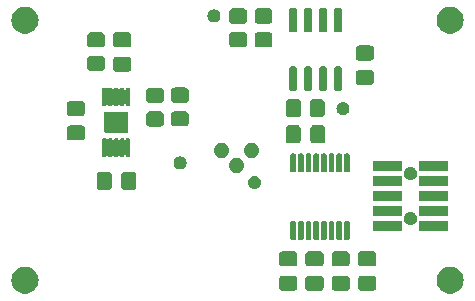
<source format=gbr>
%TF.GenerationSoftware,KiCad,Pcbnew,8.0.2*%
%TF.CreationDate,2025-01-07T16:45:11-05:00*%
%TF.ProjectId,Transimpedence,5472616e-7369-46d7-9065-64656e63652e,rev?*%
%TF.SameCoordinates,Original*%
%TF.FileFunction,Soldermask,Top*%
%TF.FilePolarity,Negative*%
%FSLAX46Y46*%
G04 Gerber Fmt 4.6, Leading zero omitted, Abs format (unit mm)*
G04 Created by KiCad (PCBNEW 8.0.2) date 2025-01-07 16:45:11*
%MOMM*%
%LPD*%
G01*
G04 APERTURE LIST*
G04 APERTURE END LIST*
G36*
X24314931Y-44893131D02*
G01*
X24512956Y-44969846D01*
X24693512Y-45081642D01*
X24850451Y-45224711D01*
X24978430Y-45394182D01*
X25073089Y-45584283D01*
X25131205Y-45788541D01*
X25150800Y-46000000D01*
X25131205Y-46211459D01*
X25073089Y-46415717D01*
X24978430Y-46605818D01*
X24850451Y-46775289D01*
X24693512Y-46918358D01*
X24512956Y-47030154D01*
X24314931Y-47106869D01*
X24106182Y-47145891D01*
X23893818Y-47145891D01*
X23685069Y-47106869D01*
X23487044Y-47030154D01*
X23306488Y-46918358D01*
X23149549Y-46775289D01*
X23021570Y-46605818D01*
X22926911Y-46415717D01*
X22868795Y-46211459D01*
X22849200Y-46000000D01*
X22868795Y-45788541D01*
X22926911Y-45584283D01*
X23021570Y-45394182D01*
X23149549Y-45224711D01*
X23306488Y-45081642D01*
X23487044Y-44969846D01*
X23685069Y-44893131D01*
X23893818Y-44854109D01*
X24106182Y-44854109D01*
X24314931Y-44893131D01*
G37*
G36*
X60314931Y-44893131D02*
G01*
X60512956Y-44969846D01*
X60693512Y-45081642D01*
X60850451Y-45224711D01*
X60978430Y-45394182D01*
X61073089Y-45584283D01*
X61131205Y-45788541D01*
X61150800Y-46000000D01*
X61131205Y-46211459D01*
X61073089Y-46415717D01*
X60978430Y-46605818D01*
X60850451Y-46775289D01*
X60693512Y-46918358D01*
X60512956Y-47030154D01*
X60314931Y-47106869D01*
X60106182Y-47145891D01*
X59893818Y-47145891D01*
X59685069Y-47106869D01*
X59487044Y-47030154D01*
X59306488Y-46918358D01*
X59149549Y-46775289D01*
X59021570Y-46605818D01*
X58926911Y-46415717D01*
X58868795Y-46211459D01*
X58849200Y-46000000D01*
X58868795Y-45788541D01*
X58926911Y-45584283D01*
X59021570Y-45394182D01*
X59149549Y-45224711D01*
X59306488Y-45081642D01*
X59487044Y-44969846D01*
X59685069Y-44893131D01*
X59893818Y-44854109D01*
X60106182Y-44854109D01*
X60314931Y-44893131D01*
G37*
G36*
X46829735Y-45619190D02*
G01*
X46838440Y-45623033D01*
X46846013Y-45624137D01*
X46893344Y-45647276D01*
X46930860Y-45663841D01*
X46934334Y-45667315D01*
X46935250Y-45667763D01*
X47005103Y-45737616D01*
X47005550Y-45738531D01*
X47009026Y-45742007D01*
X47025597Y-45779538D01*
X47048727Y-45826850D01*
X47049829Y-45834418D01*
X47053677Y-45843132D01*
X47061667Y-45912000D01*
X47061667Y-46587000D01*
X47053677Y-46655868D01*
X47049831Y-46664576D01*
X47048729Y-46672146D01*
X47025600Y-46719455D01*
X47009026Y-46756993D01*
X47005549Y-46760469D01*
X47005103Y-46761383D01*
X46935250Y-46831236D01*
X46934336Y-46831682D01*
X46930860Y-46835159D01*
X46893317Y-46851735D01*
X46846016Y-46874860D01*
X46838448Y-46875962D01*
X46829735Y-46879810D01*
X46760867Y-46887800D01*
X45810867Y-46887800D01*
X45741999Y-46879810D01*
X45733290Y-46875964D01*
X45725720Y-46874862D01*
X45678400Y-46851728D01*
X45640874Y-46835159D01*
X45637398Y-46831683D01*
X45636483Y-46831236D01*
X45566630Y-46761383D01*
X45566182Y-46760467D01*
X45562708Y-46756993D01*
X45546140Y-46719471D01*
X45523006Y-46672149D01*
X45521903Y-46664578D01*
X45518057Y-46655868D01*
X45510067Y-46587000D01*
X45510067Y-45912000D01*
X45518057Y-45843132D01*
X45521900Y-45834427D01*
X45523004Y-45826853D01*
X45546147Y-45779512D01*
X45562708Y-45742007D01*
X45566181Y-45738533D01*
X45566630Y-45737616D01*
X45636483Y-45667763D01*
X45637400Y-45667314D01*
X45640874Y-45663841D01*
X45678384Y-45647278D01*
X45725717Y-45624139D01*
X45733288Y-45623035D01*
X45741999Y-45619190D01*
X45810867Y-45611200D01*
X46760867Y-45611200D01*
X46829735Y-45619190D01*
G37*
G36*
X49057868Y-45619190D02*
G01*
X49066573Y-45623033D01*
X49074146Y-45624137D01*
X49121477Y-45647276D01*
X49158993Y-45663841D01*
X49162467Y-45667315D01*
X49163383Y-45667763D01*
X49233236Y-45737616D01*
X49233683Y-45738531D01*
X49237159Y-45742007D01*
X49253730Y-45779538D01*
X49276860Y-45826850D01*
X49277962Y-45834418D01*
X49281810Y-45843132D01*
X49289800Y-45912000D01*
X49289800Y-46587000D01*
X49281810Y-46655868D01*
X49277964Y-46664576D01*
X49276862Y-46672146D01*
X49253733Y-46719455D01*
X49237159Y-46756993D01*
X49233682Y-46760469D01*
X49233236Y-46761383D01*
X49163383Y-46831236D01*
X49162469Y-46831682D01*
X49158993Y-46835159D01*
X49121450Y-46851735D01*
X49074149Y-46874860D01*
X49066581Y-46875962D01*
X49057868Y-46879810D01*
X48989000Y-46887800D01*
X48039000Y-46887800D01*
X47970132Y-46879810D01*
X47961423Y-46875964D01*
X47953853Y-46874862D01*
X47906533Y-46851728D01*
X47869007Y-46835159D01*
X47865531Y-46831683D01*
X47864616Y-46831236D01*
X47794763Y-46761383D01*
X47794315Y-46760467D01*
X47790841Y-46756993D01*
X47774273Y-46719471D01*
X47751139Y-46672149D01*
X47750036Y-46664578D01*
X47746190Y-46655868D01*
X47738200Y-46587000D01*
X47738200Y-45912000D01*
X47746190Y-45843132D01*
X47750033Y-45834427D01*
X47751137Y-45826853D01*
X47774280Y-45779512D01*
X47790841Y-45742007D01*
X47794314Y-45738533D01*
X47794763Y-45737616D01*
X47864616Y-45667763D01*
X47865533Y-45667314D01*
X47869007Y-45663841D01*
X47906517Y-45647278D01*
X47953850Y-45624139D01*
X47961421Y-45623035D01*
X47970132Y-45619190D01*
X48039000Y-45611200D01*
X48989000Y-45611200D01*
X49057868Y-45619190D01*
G37*
G36*
X51286001Y-45619190D02*
G01*
X51294706Y-45623033D01*
X51302279Y-45624137D01*
X51349610Y-45647276D01*
X51387126Y-45663841D01*
X51390600Y-45667315D01*
X51391516Y-45667763D01*
X51461369Y-45737616D01*
X51461816Y-45738531D01*
X51465292Y-45742007D01*
X51481863Y-45779538D01*
X51504993Y-45826850D01*
X51506095Y-45834418D01*
X51509943Y-45843132D01*
X51517933Y-45912000D01*
X51517933Y-46587000D01*
X51509943Y-46655868D01*
X51506097Y-46664576D01*
X51504995Y-46672146D01*
X51481866Y-46719455D01*
X51465292Y-46756993D01*
X51461815Y-46760469D01*
X51461369Y-46761383D01*
X51391516Y-46831236D01*
X51390602Y-46831682D01*
X51387126Y-46835159D01*
X51349583Y-46851735D01*
X51302282Y-46874860D01*
X51294714Y-46875962D01*
X51286001Y-46879810D01*
X51217133Y-46887800D01*
X50267133Y-46887800D01*
X50198265Y-46879810D01*
X50189556Y-46875964D01*
X50181986Y-46874862D01*
X50134666Y-46851728D01*
X50097140Y-46835159D01*
X50093664Y-46831683D01*
X50092749Y-46831236D01*
X50022896Y-46761383D01*
X50022448Y-46760467D01*
X50018974Y-46756993D01*
X50002406Y-46719471D01*
X49979272Y-46672149D01*
X49978169Y-46664578D01*
X49974323Y-46655868D01*
X49966333Y-46587000D01*
X49966333Y-45912000D01*
X49974323Y-45843132D01*
X49978166Y-45834427D01*
X49979270Y-45826853D01*
X50002413Y-45779512D01*
X50018974Y-45742007D01*
X50022447Y-45738533D01*
X50022896Y-45737616D01*
X50092749Y-45667763D01*
X50093666Y-45667314D01*
X50097140Y-45663841D01*
X50134650Y-45647278D01*
X50181983Y-45624139D01*
X50189554Y-45623035D01*
X50198265Y-45619190D01*
X50267133Y-45611200D01*
X51217133Y-45611200D01*
X51286001Y-45619190D01*
G37*
G36*
X53514135Y-45619190D02*
G01*
X53522840Y-45623033D01*
X53530413Y-45624137D01*
X53577744Y-45647276D01*
X53615260Y-45663841D01*
X53618734Y-45667315D01*
X53619650Y-45667763D01*
X53689503Y-45737616D01*
X53689950Y-45738531D01*
X53693426Y-45742007D01*
X53709997Y-45779538D01*
X53733127Y-45826850D01*
X53734229Y-45834418D01*
X53738077Y-45843132D01*
X53746067Y-45912000D01*
X53746067Y-46587000D01*
X53738077Y-46655868D01*
X53734231Y-46664576D01*
X53733129Y-46672146D01*
X53710000Y-46719455D01*
X53693426Y-46756993D01*
X53689949Y-46760469D01*
X53689503Y-46761383D01*
X53619650Y-46831236D01*
X53618736Y-46831682D01*
X53615260Y-46835159D01*
X53577717Y-46851735D01*
X53530416Y-46874860D01*
X53522848Y-46875962D01*
X53514135Y-46879810D01*
X53445267Y-46887800D01*
X52495267Y-46887800D01*
X52426399Y-46879810D01*
X52417690Y-46875964D01*
X52410120Y-46874862D01*
X52362800Y-46851728D01*
X52325274Y-46835159D01*
X52321798Y-46831683D01*
X52320883Y-46831236D01*
X52251030Y-46761383D01*
X52250582Y-46760467D01*
X52247108Y-46756993D01*
X52230540Y-46719471D01*
X52207406Y-46672149D01*
X52206303Y-46664578D01*
X52202457Y-46655868D01*
X52194467Y-46587000D01*
X52194467Y-45912000D01*
X52202457Y-45843132D01*
X52206300Y-45834427D01*
X52207404Y-45826853D01*
X52230547Y-45779512D01*
X52247108Y-45742007D01*
X52250581Y-45738533D01*
X52251030Y-45737616D01*
X52320883Y-45667763D01*
X52321800Y-45667314D01*
X52325274Y-45663841D01*
X52362784Y-45647278D01*
X52410117Y-45624139D01*
X52417688Y-45623035D01*
X52426399Y-45619190D01*
X52495267Y-45611200D01*
X53445267Y-45611200D01*
X53514135Y-45619190D01*
G37*
G36*
X46829735Y-43544190D02*
G01*
X46838440Y-43548033D01*
X46846013Y-43549137D01*
X46893344Y-43572276D01*
X46930860Y-43588841D01*
X46934334Y-43592315D01*
X46935250Y-43592763D01*
X47005103Y-43662616D01*
X47005550Y-43663531D01*
X47009026Y-43667007D01*
X47025597Y-43704538D01*
X47048727Y-43751850D01*
X47049829Y-43759418D01*
X47053677Y-43768132D01*
X47061667Y-43837000D01*
X47061667Y-44512000D01*
X47053677Y-44580868D01*
X47049831Y-44589576D01*
X47048729Y-44597146D01*
X47025600Y-44644455D01*
X47009026Y-44681993D01*
X47005549Y-44685469D01*
X47005103Y-44686383D01*
X46935250Y-44756236D01*
X46934336Y-44756682D01*
X46930860Y-44760159D01*
X46893317Y-44776735D01*
X46846016Y-44799860D01*
X46838448Y-44800962D01*
X46829735Y-44804810D01*
X46760867Y-44812800D01*
X45810867Y-44812800D01*
X45741999Y-44804810D01*
X45733290Y-44800964D01*
X45725720Y-44799862D01*
X45678400Y-44776728D01*
X45640874Y-44760159D01*
X45637398Y-44756683D01*
X45636483Y-44756236D01*
X45566630Y-44686383D01*
X45566182Y-44685467D01*
X45562708Y-44681993D01*
X45546140Y-44644471D01*
X45523006Y-44597149D01*
X45521903Y-44589578D01*
X45518057Y-44580868D01*
X45510067Y-44512000D01*
X45510067Y-43837000D01*
X45518057Y-43768132D01*
X45521900Y-43759427D01*
X45523004Y-43751853D01*
X45546147Y-43704512D01*
X45562708Y-43667007D01*
X45566181Y-43663533D01*
X45566630Y-43662616D01*
X45636483Y-43592763D01*
X45637400Y-43592314D01*
X45640874Y-43588841D01*
X45678384Y-43572278D01*
X45725717Y-43549139D01*
X45733288Y-43548035D01*
X45741999Y-43544190D01*
X45810867Y-43536200D01*
X46760867Y-43536200D01*
X46829735Y-43544190D01*
G37*
G36*
X49057868Y-43544190D02*
G01*
X49066573Y-43548033D01*
X49074146Y-43549137D01*
X49121477Y-43572276D01*
X49158993Y-43588841D01*
X49162467Y-43592315D01*
X49163383Y-43592763D01*
X49233236Y-43662616D01*
X49233683Y-43663531D01*
X49237159Y-43667007D01*
X49253730Y-43704538D01*
X49276860Y-43751850D01*
X49277962Y-43759418D01*
X49281810Y-43768132D01*
X49289800Y-43837000D01*
X49289800Y-44512000D01*
X49281810Y-44580868D01*
X49277964Y-44589576D01*
X49276862Y-44597146D01*
X49253733Y-44644455D01*
X49237159Y-44681993D01*
X49233682Y-44685469D01*
X49233236Y-44686383D01*
X49163383Y-44756236D01*
X49162469Y-44756682D01*
X49158993Y-44760159D01*
X49121450Y-44776735D01*
X49074149Y-44799860D01*
X49066581Y-44800962D01*
X49057868Y-44804810D01*
X48989000Y-44812800D01*
X48039000Y-44812800D01*
X47970132Y-44804810D01*
X47961423Y-44800964D01*
X47953853Y-44799862D01*
X47906533Y-44776728D01*
X47869007Y-44760159D01*
X47865531Y-44756683D01*
X47864616Y-44756236D01*
X47794763Y-44686383D01*
X47794315Y-44685467D01*
X47790841Y-44681993D01*
X47774273Y-44644471D01*
X47751139Y-44597149D01*
X47750036Y-44589578D01*
X47746190Y-44580868D01*
X47738200Y-44512000D01*
X47738200Y-43837000D01*
X47746190Y-43768132D01*
X47750033Y-43759427D01*
X47751137Y-43751853D01*
X47774280Y-43704512D01*
X47790841Y-43667007D01*
X47794314Y-43663533D01*
X47794763Y-43662616D01*
X47864616Y-43592763D01*
X47865533Y-43592314D01*
X47869007Y-43588841D01*
X47906517Y-43572278D01*
X47953850Y-43549139D01*
X47961421Y-43548035D01*
X47970132Y-43544190D01*
X48039000Y-43536200D01*
X48989000Y-43536200D01*
X49057868Y-43544190D01*
G37*
G36*
X51286001Y-43544190D02*
G01*
X51294706Y-43548033D01*
X51302279Y-43549137D01*
X51349610Y-43572276D01*
X51387126Y-43588841D01*
X51390600Y-43592315D01*
X51391516Y-43592763D01*
X51461369Y-43662616D01*
X51461816Y-43663531D01*
X51465292Y-43667007D01*
X51481863Y-43704538D01*
X51504993Y-43751850D01*
X51506095Y-43759418D01*
X51509943Y-43768132D01*
X51517933Y-43837000D01*
X51517933Y-44512000D01*
X51509943Y-44580868D01*
X51506097Y-44589576D01*
X51504995Y-44597146D01*
X51481866Y-44644455D01*
X51465292Y-44681993D01*
X51461815Y-44685469D01*
X51461369Y-44686383D01*
X51391516Y-44756236D01*
X51390602Y-44756682D01*
X51387126Y-44760159D01*
X51349583Y-44776735D01*
X51302282Y-44799860D01*
X51294714Y-44800962D01*
X51286001Y-44804810D01*
X51217133Y-44812800D01*
X50267133Y-44812800D01*
X50198265Y-44804810D01*
X50189556Y-44800964D01*
X50181986Y-44799862D01*
X50134666Y-44776728D01*
X50097140Y-44760159D01*
X50093664Y-44756683D01*
X50092749Y-44756236D01*
X50022896Y-44686383D01*
X50022448Y-44685467D01*
X50018974Y-44681993D01*
X50002406Y-44644471D01*
X49979272Y-44597149D01*
X49978169Y-44589578D01*
X49974323Y-44580868D01*
X49966333Y-44512000D01*
X49966333Y-43837000D01*
X49974323Y-43768132D01*
X49978166Y-43759427D01*
X49979270Y-43751853D01*
X50002413Y-43704512D01*
X50018974Y-43667007D01*
X50022447Y-43663533D01*
X50022896Y-43662616D01*
X50092749Y-43592763D01*
X50093666Y-43592314D01*
X50097140Y-43588841D01*
X50134650Y-43572278D01*
X50181983Y-43549139D01*
X50189554Y-43548035D01*
X50198265Y-43544190D01*
X50267133Y-43536200D01*
X51217133Y-43536200D01*
X51286001Y-43544190D01*
G37*
G36*
X53514135Y-43544190D02*
G01*
X53522840Y-43548033D01*
X53530413Y-43549137D01*
X53577744Y-43572276D01*
X53615260Y-43588841D01*
X53618734Y-43592315D01*
X53619650Y-43592763D01*
X53689503Y-43662616D01*
X53689950Y-43663531D01*
X53693426Y-43667007D01*
X53709997Y-43704538D01*
X53733127Y-43751850D01*
X53734229Y-43759418D01*
X53738077Y-43768132D01*
X53746067Y-43837000D01*
X53746067Y-44512000D01*
X53738077Y-44580868D01*
X53734231Y-44589576D01*
X53733129Y-44597146D01*
X53710000Y-44644455D01*
X53693426Y-44681993D01*
X53689949Y-44685469D01*
X53689503Y-44686383D01*
X53619650Y-44756236D01*
X53618736Y-44756682D01*
X53615260Y-44760159D01*
X53577717Y-44776735D01*
X53530416Y-44799860D01*
X53522848Y-44800962D01*
X53514135Y-44804810D01*
X53445267Y-44812800D01*
X52495267Y-44812800D01*
X52426399Y-44804810D01*
X52417690Y-44800964D01*
X52410120Y-44799862D01*
X52362800Y-44776728D01*
X52325274Y-44760159D01*
X52321798Y-44756683D01*
X52320883Y-44756236D01*
X52251030Y-44686383D01*
X52250582Y-44685467D01*
X52247108Y-44681993D01*
X52230540Y-44644471D01*
X52207406Y-44597149D01*
X52206303Y-44589578D01*
X52202457Y-44580868D01*
X52194467Y-44512000D01*
X52194467Y-43837000D01*
X52202457Y-43768132D01*
X52206300Y-43759427D01*
X52207404Y-43751853D01*
X52230547Y-43704512D01*
X52247108Y-43667007D01*
X52250581Y-43663533D01*
X52251030Y-43662616D01*
X52320883Y-43592763D01*
X52321800Y-43592314D01*
X52325274Y-43588841D01*
X52362784Y-43572278D01*
X52410117Y-43549139D01*
X52417688Y-43548035D01*
X52426399Y-43544190D01*
X52495267Y-43536200D01*
X53445267Y-43536200D01*
X53514135Y-43544190D01*
G37*
G36*
X46867157Y-41001967D02*
G01*
X46916080Y-41034656D01*
X46948769Y-41083579D01*
X46960248Y-41141288D01*
X46960248Y-42416288D01*
X46948769Y-42473997D01*
X46916080Y-42522920D01*
X46867157Y-42555609D01*
X46809448Y-42567088D01*
X46609448Y-42567088D01*
X46551739Y-42555609D01*
X46502816Y-42522920D01*
X46470127Y-42473997D01*
X46458648Y-42416288D01*
X46458648Y-41141288D01*
X46470127Y-41083579D01*
X46502816Y-41034656D01*
X46551739Y-41001967D01*
X46609448Y-40990488D01*
X46809448Y-40990488D01*
X46867157Y-41001967D01*
G37*
G36*
X47517157Y-41001967D02*
G01*
X47566080Y-41034656D01*
X47598769Y-41083579D01*
X47610248Y-41141288D01*
X47610248Y-42416288D01*
X47598769Y-42473997D01*
X47566080Y-42522920D01*
X47517157Y-42555609D01*
X47459448Y-42567088D01*
X47259448Y-42567088D01*
X47201739Y-42555609D01*
X47152816Y-42522920D01*
X47120127Y-42473997D01*
X47108648Y-42416288D01*
X47108648Y-41141288D01*
X47120127Y-41083579D01*
X47152816Y-41034656D01*
X47201739Y-41001967D01*
X47259448Y-40990488D01*
X47459448Y-40990488D01*
X47517157Y-41001967D01*
G37*
G36*
X48167157Y-41001967D02*
G01*
X48216080Y-41034656D01*
X48248769Y-41083579D01*
X48260248Y-41141288D01*
X48260248Y-42416288D01*
X48248769Y-42473997D01*
X48216080Y-42522920D01*
X48167157Y-42555609D01*
X48109448Y-42567088D01*
X47909448Y-42567088D01*
X47851739Y-42555609D01*
X47802816Y-42522920D01*
X47770127Y-42473997D01*
X47758648Y-42416288D01*
X47758648Y-41141288D01*
X47770127Y-41083579D01*
X47802816Y-41034656D01*
X47851739Y-41001967D01*
X47909448Y-40990488D01*
X48109448Y-40990488D01*
X48167157Y-41001967D01*
G37*
G36*
X48817157Y-41001967D02*
G01*
X48866080Y-41034656D01*
X48898769Y-41083579D01*
X48910248Y-41141288D01*
X48910248Y-42416288D01*
X48898769Y-42473997D01*
X48866080Y-42522920D01*
X48817157Y-42555609D01*
X48759448Y-42567088D01*
X48559448Y-42567088D01*
X48501739Y-42555609D01*
X48452816Y-42522920D01*
X48420127Y-42473997D01*
X48408648Y-42416288D01*
X48408648Y-41141288D01*
X48420127Y-41083579D01*
X48452816Y-41034656D01*
X48501739Y-41001967D01*
X48559448Y-40990488D01*
X48759448Y-40990488D01*
X48817157Y-41001967D01*
G37*
G36*
X49467157Y-41001967D02*
G01*
X49516080Y-41034656D01*
X49548769Y-41083579D01*
X49560248Y-41141288D01*
X49560248Y-42416288D01*
X49548769Y-42473997D01*
X49516080Y-42522920D01*
X49467157Y-42555609D01*
X49409448Y-42567088D01*
X49209448Y-42567088D01*
X49151739Y-42555609D01*
X49102816Y-42522920D01*
X49070127Y-42473997D01*
X49058648Y-42416288D01*
X49058648Y-41141288D01*
X49070127Y-41083579D01*
X49102816Y-41034656D01*
X49151739Y-41001967D01*
X49209448Y-40990488D01*
X49409448Y-40990488D01*
X49467157Y-41001967D01*
G37*
G36*
X50117157Y-41001967D02*
G01*
X50166080Y-41034656D01*
X50198769Y-41083579D01*
X50210248Y-41141288D01*
X50210248Y-42416288D01*
X50198769Y-42473997D01*
X50166080Y-42522920D01*
X50117157Y-42555609D01*
X50059448Y-42567088D01*
X49859448Y-42567088D01*
X49801739Y-42555609D01*
X49752816Y-42522920D01*
X49720127Y-42473997D01*
X49708648Y-42416288D01*
X49708648Y-41141288D01*
X49720127Y-41083579D01*
X49752816Y-41034656D01*
X49801739Y-41001967D01*
X49859448Y-40990488D01*
X50059448Y-40990488D01*
X50117157Y-41001967D01*
G37*
G36*
X50767157Y-41001967D02*
G01*
X50816080Y-41034656D01*
X50848769Y-41083579D01*
X50860248Y-41141288D01*
X50860248Y-42416288D01*
X50848769Y-42473997D01*
X50816080Y-42522920D01*
X50767157Y-42555609D01*
X50709448Y-42567088D01*
X50509448Y-42567088D01*
X50451739Y-42555609D01*
X50402816Y-42522920D01*
X50370127Y-42473997D01*
X50358648Y-42416288D01*
X50358648Y-41141288D01*
X50370127Y-41083579D01*
X50402816Y-41034656D01*
X50451739Y-41001967D01*
X50509448Y-40990488D01*
X50709448Y-40990488D01*
X50767157Y-41001967D01*
G37*
G36*
X51417157Y-41001967D02*
G01*
X51466080Y-41034656D01*
X51498769Y-41083579D01*
X51510248Y-41141288D01*
X51510248Y-42416288D01*
X51498769Y-42473997D01*
X51466080Y-42522920D01*
X51417157Y-42555609D01*
X51359448Y-42567088D01*
X51159448Y-42567088D01*
X51101739Y-42555609D01*
X51052816Y-42522920D01*
X51020127Y-42473997D01*
X51008648Y-42416288D01*
X51008648Y-41141288D01*
X51020127Y-41083579D01*
X51052816Y-41034656D01*
X51101739Y-41001967D01*
X51159448Y-40990488D01*
X51359448Y-40990488D01*
X51417157Y-41001967D01*
G37*
G36*
X55911440Y-40985067D02*
G01*
X55927921Y-40996079D01*
X55938933Y-41012560D01*
X55942800Y-41032000D01*
X55942800Y-41772000D01*
X55938933Y-41791440D01*
X55927921Y-41807921D01*
X55911440Y-41818933D01*
X55892000Y-41822800D01*
X53492000Y-41822800D01*
X53472560Y-41818933D01*
X53456079Y-41807921D01*
X53445067Y-41791440D01*
X53441200Y-41772000D01*
X53441200Y-41032000D01*
X53445067Y-41012560D01*
X53456079Y-40996079D01*
X53472560Y-40985067D01*
X53492000Y-40981200D01*
X55892000Y-40981200D01*
X55911440Y-40985067D01*
G37*
G36*
X59811440Y-40985067D02*
G01*
X59827921Y-40996079D01*
X59838933Y-41012560D01*
X59842800Y-41032000D01*
X59842800Y-41772000D01*
X59838933Y-41791440D01*
X59827921Y-41807921D01*
X59811440Y-41818933D01*
X59792000Y-41822800D01*
X57392000Y-41822800D01*
X57372560Y-41818933D01*
X57356079Y-41807921D01*
X57345067Y-41791440D01*
X57341200Y-41772000D01*
X57341200Y-41032000D01*
X57345067Y-41012560D01*
X57356079Y-40996079D01*
X57372560Y-40985067D01*
X57392000Y-40981200D01*
X59792000Y-40981200D01*
X59811440Y-40985067D01*
G37*
G36*
X56675854Y-40210657D02*
G01*
X56709551Y-40210657D01*
X56748186Y-40220179D01*
X56787146Y-40225309D01*
X56813815Y-40236356D01*
X56840731Y-40242990D01*
X56881537Y-40264407D01*
X56922400Y-40281333D01*
X56941043Y-40295638D01*
X56960360Y-40305777D01*
X56999860Y-40340771D01*
X57038545Y-40370455D01*
X57049537Y-40384780D01*
X57061486Y-40395366D01*
X57095744Y-40444997D01*
X57127667Y-40486600D01*
X57132479Y-40498217D01*
X57138236Y-40506558D01*
X57163208Y-40572404D01*
X57183691Y-40621854D01*
X57184610Y-40628836D01*
X57186143Y-40632878D01*
X57198014Y-40730651D01*
X57202800Y-40767000D01*
X57198014Y-40803351D01*
X57186143Y-40901121D01*
X57184610Y-40905161D01*
X57183691Y-40912146D01*
X57163203Y-40961606D01*
X57138236Y-41027441D01*
X57132480Y-41035779D01*
X57127667Y-41047400D01*
X57095737Y-41089011D01*
X57061486Y-41138633D01*
X57049540Y-41149216D01*
X57038545Y-41163545D01*
X56999852Y-41193235D01*
X56960360Y-41228222D01*
X56941047Y-41238358D01*
X56922400Y-41252667D01*
X56881528Y-41269596D01*
X56840731Y-41291009D01*
X56813820Y-41297642D01*
X56787146Y-41308691D01*
X56748184Y-41313820D01*
X56709551Y-41323343D01*
X56675854Y-41323343D01*
X56642000Y-41327800D01*
X56608146Y-41323343D01*
X56574449Y-41323343D01*
X56535815Y-41313820D01*
X56496854Y-41308691D01*
X56470180Y-41297642D01*
X56443268Y-41291009D01*
X56402466Y-41269594D01*
X56361600Y-41252667D01*
X56342954Y-41238359D01*
X56323639Y-41228222D01*
X56284140Y-41193229D01*
X56245455Y-41163545D01*
X56234462Y-41149218D01*
X56222513Y-41138633D01*
X56188252Y-41088998D01*
X56156333Y-41047400D01*
X56151521Y-41035783D01*
X56145763Y-41027441D01*
X56120784Y-40961577D01*
X56100309Y-40912146D01*
X56099390Y-40905165D01*
X56097856Y-40901121D01*
X56085972Y-40803253D01*
X56081200Y-40767000D01*
X56085972Y-40730749D01*
X56097856Y-40632878D01*
X56099390Y-40628832D01*
X56100309Y-40621854D01*
X56120779Y-40572433D01*
X56145763Y-40506558D01*
X56151522Y-40498214D01*
X56156333Y-40486600D01*
X56188245Y-40445010D01*
X56222513Y-40395366D01*
X56234464Y-40384778D01*
X56245455Y-40370455D01*
X56284132Y-40340776D01*
X56323639Y-40305777D01*
X56342958Y-40295637D01*
X56361600Y-40281333D01*
X56402457Y-40264409D01*
X56443268Y-40242990D01*
X56470185Y-40236355D01*
X56496854Y-40225309D01*
X56535812Y-40220179D01*
X56574449Y-40210657D01*
X56608146Y-40210657D01*
X56642000Y-40206200D01*
X56675854Y-40210657D01*
G37*
G36*
X55911440Y-39715067D02*
G01*
X55927921Y-39726079D01*
X55938933Y-39742560D01*
X55942800Y-39762000D01*
X55942800Y-40502000D01*
X55938933Y-40521440D01*
X55927921Y-40537921D01*
X55911440Y-40548933D01*
X55892000Y-40552800D01*
X53492000Y-40552800D01*
X53472560Y-40548933D01*
X53456079Y-40537921D01*
X53445067Y-40521440D01*
X53441200Y-40502000D01*
X53441200Y-39762000D01*
X53445067Y-39742560D01*
X53456079Y-39726079D01*
X53472560Y-39715067D01*
X53492000Y-39711200D01*
X55892000Y-39711200D01*
X55911440Y-39715067D01*
G37*
G36*
X59811440Y-39715067D02*
G01*
X59827921Y-39726079D01*
X59838933Y-39742560D01*
X59842800Y-39762000D01*
X59842800Y-40502000D01*
X59838933Y-40521440D01*
X59827921Y-40537921D01*
X59811440Y-40548933D01*
X59792000Y-40552800D01*
X57392000Y-40552800D01*
X57372560Y-40548933D01*
X57356079Y-40537921D01*
X57345067Y-40521440D01*
X57341200Y-40502000D01*
X57341200Y-39762000D01*
X57345067Y-39742560D01*
X57356079Y-39726079D01*
X57372560Y-39715067D01*
X57392000Y-39711200D01*
X59792000Y-39711200D01*
X59811440Y-39715067D01*
G37*
G36*
X55911440Y-38445067D02*
G01*
X55927921Y-38456079D01*
X55938933Y-38472560D01*
X55942800Y-38492000D01*
X55942800Y-39232000D01*
X55938933Y-39251440D01*
X55927921Y-39267921D01*
X55911440Y-39278933D01*
X55892000Y-39282800D01*
X53492000Y-39282800D01*
X53472560Y-39278933D01*
X53456079Y-39267921D01*
X53445067Y-39251440D01*
X53441200Y-39232000D01*
X53441200Y-38492000D01*
X53445067Y-38472560D01*
X53456079Y-38456079D01*
X53472560Y-38445067D01*
X53492000Y-38441200D01*
X55892000Y-38441200D01*
X55911440Y-38445067D01*
G37*
G36*
X59811440Y-38445067D02*
G01*
X59827921Y-38456079D01*
X59838933Y-38472560D01*
X59842800Y-38492000D01*
X59842800Y-39232000D01*
X59838933Y-39251440D01*
X59827921Y-39267921D01*
X59811440Y-39278933D01*
X59792000Y-39282800D01*
X57392000Y-39282800D01*
X57372560Y-39278933D01*
X57356079Y-39267921D01*
X57345067Y-39251440D01*
X57341200Y-39232000D01*
X57341200Y-38492000D01*
X57345067Y-38472560D01*
X57356079Y-38456079D01*
X57372560Y-38445067D01*
X57392000Y-38441200D01*
X59792000Y-38441200D01*
X59811440Y-38445067D01*
G37*
G36*
X31130816Y-36824190D02*
G01*
X31139521Y-36828033D01*
X31147094Y-36829137D01*
X31194425Y-36852276D01*
X31231941Y-36868841D01*
X31235415Y-36872315D01*
X31236331Y-36872763D01*
X31306184Y-36942616D01*
X31306631Y-36943531D01*
X31310107Y-36947007D01*
X31326678Y-36984538D01*
X31349808Y-37031850D01*
X31350910Y-37039418D01*
X31354758Y-37048132D01*
X31362748Y-37117000D01*
X31362748Y-38067000D01*
X31354758Y-38135868D01*
X31350912Y-38144576D01*
X31349810Y-38152146D01*
X31326681Y-38199455D01*
X31310107Y-38236993D01*
X31306630Y-38240469D01*
X31306184Y-38241383D01*
X31236331Y-38311236D01*
X31235417Y-38311682D01*
X31231941Y-38315159D01*
X31194398Y-38331735D01*
X31147097Y-38354860D01*
X31139529Y-38355962D01*
X31130816Y-38359810D01*
X31061948Y-38367800D01*
X30386948Y-38367800D01*
X30318080Y-38359810D01*
X30309371Y-38355964D01*
X30301801Y-38354862D01*
X30254481Y-38331728D01*
X30216955Y-38315159D01*
X30213479Y-38311683D01*
X30212564Y-38311236D01*
X30142711Y-38241383D01*
X30142263Y-38240467D01*
X30138789Y-38236993D01*
X30122221Y-38199471D01*
X30099087Y-38152149D01*
X30097984Y-38144578D01*
X30094138Y-38135868D01*
X30086148Y-38067000D01*
X30086148Y-37117000D01*
X30094138Y-37048132D01*
X30097981Y-37039427D01*
X30099085Y-37031853D01*
X30122228Y-36984512D01*
X30138789Y-36947007D01*
X30142262Y-36943533D01*
X30142711Y-36942616D01*
X30212564Y-36872763D01*
X30213481Y-36872314D01*
X30216955Y-36868841D01*
X30254465Y-36852278D01*
X30301798Y-36829139D01*
X30309369Y-36828035D01*
X30318080Y-36824190D01*
X30386948Y-36816200D01*
X31061948Y-36816200D01*
X31130816Y-36824190D01*
G37*
G36*
X33205816Y-36824190D02*
G01*
X33214521Y-36828033D01*
X33222094Y-36829137D01*
X33269425Y-36852276D01*
X33306941Y-36868841D01*
X33310415Y-36872315D01*
X33311331Y-36872763D01*
X33381184Y-36942616D01*
X33381631Y-36943531D01*
X33385107Y-36947007D01*
X33401678Y-36984538D01*
X33424808Y-37031850D01*
X33425910Y-37039418D01*
X33429758Y-37048132D01*
X33437748Y-37117000D01*
X33437748Y-38067000D01*
X33429758Y-38135868D01*
X33425912Y-38144576D01*
X33424810Y-38152146D01*
X33401681Y-38199455D01*
X33385107Y-38236993D01*
X33381630Y-38240469D01*
X33381184Y-38241383D01*
X33311331Y-38311236D01*
X33310417Y-38311682D01*
X33306941Y-38315159D01*
X33269398Y-38331735D01*
X33222097Y-38354860D01*
X33214529Y-38355962D01*
X33205816Y-38359810D01*
X33136948Y-38367800D01*
X32461948Y-38367800D01*
X32393080Y-38359810D01*
X32384371Y-38355964D01*
X32376801Y-38354862D01*
X32329481Y-38331728D01*
X32291955Y-38315159D01*
X32288479Y-38311683D01*
X32287564Y-38311236D01*
X32217711Y-38241383D01*
X32217263Y-38240467D01*
X32213789Y-38236993D01*
X32197221Y-38199471D01*
X32174087Y-38152149D01*
X32172984Y-38144578D01*
X32169138Y-38135868D01*
X32161148Y-38067000D01*
X32161148Y-37117000D01*
X32169138Y-37048132D01*
X32172981Y-37039427D01*
X32174085Y-37031853D01*
X32197228Y-36984512D01*
X32213789Y-36947007D01*
X32217262Y-36943533D01*
X32217711Y-36942616D01*
X32287564Y-36872763D01*
X32288481Y-36872314D01*
X32291955Y-36868841D01*
X32329465Y-36852278D01*
X32376798Y-36829139D01*
X32384369Y-36828035D01*
X32393080Y-36824190D01*
X32461948Y-36816200D01*
X33136948Y-36816200D01*
X33205816Y-36824190D01*
G37*
G36*
X43576558Y-37186968D02*
G01*
X43709400Y-37241993D01*
X43823474Y-37329526D01*
X43911007Y-37443600D01*
X43966032Y-37576442D01*
X43984800Y-37719000D01*
X43966032Y-37861558D01*
X43911007Y-37994400D01*
X43823474Y-38108474D01*
X43709400Y-38196007D01*
X43576558Y-38251032D01*
X43434000Y-38269800D01*
X43291442Y-38251032D01*
X43158600Y-38196007D01*
X43044526Y-38108474D01*
X42956993Y-37994400D01*
X42901968Y-37861558D01*
X42883200Y-37719000D01*
X42901968Y-37576442D01*
X42956993Y-37443600D01*
X43044526Y-37329526D01*
X43158600Y-37241993D01*
X43291442Y-37186968D01*
X43434000Y-37168200D01*
X43576558Y-37186968D01*
G37*
G36*
X55911440Y-37175067D02*
G01*
X55927921Y-37186079D01*
X55938933Y-37202560D01*
X55942800Y-37222000D01*
X55942800Y-37962000D01*
X55938933Y-37981440D01*
X55927921Y-37997921D01*
X55911440Y-38008933D01*
X55892000Y-38012800D01*
X53492000Y-38012800D01*
X53472560Y-38008933D01*
X53456079Y-37997921D01*
X53445067Y-37981440D01*
X53441200Y-37962000D01*
X53441200Y-37222000D01*
X53445067Y-37202560D01*
X53456079Y-37186079D01*
X53472560Y-37175067D01*
X53492000Y-37171200D01*
X55892000Y-37171200D01*
X55911440Y-37175067D01*
G37*
G36*
X59811440Y-37175067D02*
G01*
X59827921Y-37186079D01*
X59838933Y-37202560D01*
X59842800Y-37222000D01*
X59842800Y-37962000D01*
X59838933Y-37981440D01*
X59827921Y-37997921D01*
X59811440Y-38008933D01*
X59792000Y-38012800D01*
X57392000Y-38012800D01*
X57372560Y-38008933D01*
X57356079Y-37997921D01*
X57345067Y-37981440D01*
X57341200Y-37962000D01*
X57341200Y-37222000D01*
X57345067Y-37202560D01*
X57356079Y-37186079D01*
X57372560Y-37175067D01*
X57392000Y-37171200D01*
X59792000Y-37171200D01*
X59811440Y-37175067D01*
G37*
G36*
X56675854Y-36400657D02*
G01*
X56709551Y-36400657D01*
X56748186Y-36410179D01*
X56787146Y-36415309D01*
X56813815Y-36426356D01*
X56840731Y-36432990D01*
X56881537Y-36454407D01*
X56922400Y-36471333D01*
X56941043Y-36485638D01*
X56960360Y-36495777D01*
X56999860Y-36530771D01*
X57038545Y-36560455D01*
X57049537Y-36574780D01*
X57061486Y-36585366D01*
X57095744Y-36634997D01*
X57127667Y-36676600D01*
X57132479Y-36688217D01*
X57138236Y-36696558D01*
X57163208Y-36762404D01*
X57183691Y-36811854D01*
X57184610Y-36818836D01*
X57186143Y-36822878D01*
X57198014Y-36920651D01*
X57202800Y-36957000D01*
X57198014Y-36993351D01*
X57186143Y-37091121D01*
X57184610Y-37095161D01*
X57183691Y-37102146D01*
X57163203Y-37151606D01*
X57138236Y-37217441D01*
X57132480Y-37225779D01*
X57127667Y-37237400D01*
X57095737Y-37279011D01*
X57061486Y-37328633D01*
X57049540Y-37339216D01*
X57038545Y-37353545D01*
X56999852Y-37383235D01*
X56960360Y-37418222D01*
X56941047Y-37428358D01*
X56922400Y-37442667D01*
X56881528Y-37459596D01*
X56840731Y-37481009D01*
X56813820Y-37487642D01*
X56787146Y-37498691D01*
X56748184Y-37503820D01*
X56709551Y-37513343D01*
X56675854Y-37513343D01*
X56642000Y-37517800D01*
X56608146Y-37513343D01*
X56574449Y-37513343D01*
X56535815Y-37503820D01*
X56496854Y-37498691D01*
X56470180Y-37487642D01*
X56443268Y-37481009D01*
X56402466Y-37459594D01*
X56361600Y-37442667D01*
X56342954Y-37428359D01*
X56323639Y-37418222D01*
X56284140Y-37383229D01*
X56245455Y-37353545D01*
X56234462Y-37339218D01*
X56222513Y-37328633D01*
X56188252Y-37278998D01*
X56156333Y-37237400D01*
X56151521Y-37225783D01*
X56145763Y-37217441D01*
X56120784Y-37151577D01*
X56100309Y-37102146D01*
X56099390Y-37095165D01*
X56097856Y-37091121D01*
X56085972Y-36993253D01*
X56081200Y-36957000D01*
X56085972Y-36920749D01*
X56097856Y-36822878D01*
X56099390Y-36818832D01*
X56100309Y-36811854D01*
X56120779Y-36762433D01*
X56145763Y-36696558D01*
X56151522Y-36688214D01*
X56156333Y-36676600D01*
X56188245Y-36635010D01*
X56222513Y-36585366D01*
X56234464Y-36574778D01*
X56245455Y-36560455D01*
X56284132Y-36530776D01*
X56323639Y-36495777D01*
X56342958Y-36485637D01*
X56361600Y-36471333D01*
X56402457Y-36454409D01*
X56443268Y-36432990D01*
X56470185Y-36426355D01*
X56496854Y-36415309D01*
X56535812Y-36410179D01*
X56574449Y-36400657D01*
X56608146Y-36400657D01*
X56642000Y-36396200D01*
X56675854Y-36400657D01*
G37*
G36*
X42140777Y-35662691D02*
G01*
X42279697Y-35735602D01*
X42397131Y-35839640D01*
X42486255Y-35968758D01*
X42541889Y-36115453D01*
X42560800Y-36271200D01*
X42541889Y-36426947D01*
X42486255Y-36573642D01*
X42397131Y-36702760D01*
X42279697Y-36806798D01*
X42140777Y-36879709D01*
X41988445Y-36917255D01*
X41831555Y-36917255D01*
X41679223Y-36879709D01*
X41540303Y-36806798D01*
X41422869Y-36702760D01*
X41333745Y-36573642D01*
X41278111Y-36426947D01*
X41259200Y-36271200D01*
X41278111Y-36115453D01*
X41333745Y-35968758D01*
X41422869Y-35839640D01*
X41540303Y-35735602D01*
X41679223Y-35662691D01*
X41831555Y-35625145D01*
X41988445Y-35625145D01*
X42140777Y-35662691D01*
G37*
G36*
X46867157Y-35276967D02*
G01*
X46916080Y-35309656D01*
X46948769Y-35358579D01*
X46960248Y-35416288D01*
X46960248Y-36691288D01*
X46948769Y-36748997D01*
X46916080Y-36797920D01*
X46867157Y-36830609D01*
X46809448Y-36842088D01*
X46609448Y-36842088D01*
X46551739Y-36830609D01*
X46502816Y-36797920D01*
X46470127Y-36748997D01*
X46458648Y-36691288D01*
X46458648Y-35416288D01*
X46470127Y-35358579D01*
X46502816Y-35309656D01*
X46551739Y-35276967D01*
X46609448Y-35265488D01*
X46809448Y-35265488D01*
X46867157Y-35276967D01*
G37*
G36*
X47517157Y-35276967D02*
G01*
X47566080Y-35309656D01*
X47598769Y-35358579D01*
X47610248Y-35416288D01*
X47610248Y-36691288D01*
X47598769Y-36748997D01*
X47566080Y-36797920D01*
X47517157Y-36830609D01*
X47459448Y-36842088D01*
X47259448Y-36842088D01*
X47201739Y-36830609D01*
X47152816Y-36797920D01*
X47120127Y-36748997D01*
X47108648Y-36691288D01*
X47108648Y-35416288D01*
X47120127Y-35358579D01*
X47152816Y-35309656D01*
X47201739Y-35276967D01*
X47259448Y-35265488D01*
X47459448Y-35265488D01*
X47517157Y-35276967D01*
G37*
G36*
X48167157Y-35276967D02*
G01*
X48216080Y-35309656D01*
X48248769Y-35358579D01*
X48260248Y-35416288D01*
X48260248Y-36691288D01*
X48248769Y-36748997D01*
X48216080Y-36797920D01*
X48167157Y-36830609D01*
X48109448Y-36842088D01*
X47909448Y-36842088D01*
X47851739Y-36830609D01*
X47802816Y-36797920D01*
X47770127Y-36748997D01*
X47758648Y-36691288D01*
X47758648Y-35416288D01*
X47770127Y-35358579D01*
X47802816Y-35309656D01*
X47851739Y-35276967D01*
X47909448Y-35265488D01*
X48109448Y-35265488D01*
X48167157Y-35276967D01*
G37*
G36*
X48817157Y-35276967D02*
G01*
X48866080Y-35309656D01*
X48898769Y-35358579D01*
X48910248Y-35416288D01*
X48910248Y-36691288D01*
X48898769Y-36748997D01*
X48866080Y-36797920D01*
X48817157Y-36830609D01*
X48759448Y-36842088D01*
X48559448Y-36842088D01*
X48501739Y-36830609D01*
X48452816Y-36797920D01*
X48420127Y-36748997D01*
X48408648Y-36691288D01*
X48408648Y-35416288D01*
X48420127Y-35358579D01*
X48452816Y-35309656D01*
X48501739Y-35276967D01*
X48559448Y-35265488D01*
X48759448Y-35265488D01*
X48817157Y-35276967D01*
G37*
G36*
X49467157Y-35276967D02*
G01*
X49516080Y-35309656D01*
X49548769Y-35358579D01*
X49560248Y-35416288D01*
X49560248Y-36691288D01*
X49548769Y-36748997D01*
X49516080Y-36797920D01*
X49467157Y-36830609D01*
X49409448Y-36842088D01*
X49209448Y-36842088D01*
X49151739Y-36830609D01*
X49102816Y-36797920D01*
X49070127Y-36748997D01*
X49058648Y-36691288D01*
X49058648Y-35416288D01*
X49070127Y-35358579D01*
X49102816Y-35309656D01*
X49151739Y-35276967D01*
X49209448Y-35265488D01*
X49409448Y-35265488D01*
X49467157Y-35276967D01*
G37*
G36*
X50117157Y-35276967D02*
G01*
X50166080Y-35309656D01*
X50198769Y-35358579D01*
X50210248Y-35416288D01*
X50210248Y-36691288D01*
X50198769Y-36748997D01*
X50166080Y-36797920D01*
X50117157Y-36830609D01*
X50059448Y-36842088D01*
X49859448Y-36842088D01*
X49801739Y-36830609D01*
X49752816Y-36797920D01*
X49720127Y-36748997D01*
X49708648Y-36691288D01*
X49708648Y-35416288D01*
X49720127Y-35358579D01*
X49752816Y-35309656D01*
X49801739Y-35276967D01*
X49859448Y-35265488D01*
X50059448Y-35265488D01*
X50117157Y-35276967D01*
G37*
G36*
X50767157Y-35276967D02*
G01*
X50816080Y-35309656D01*
X50848769Y-35358579D01*
X50860248Y-35416288D01*
X50860248Y-36691288D01*
X50848769Y-36748997D01*
X50816080Y-36797920D01*
X50767157Y-36830609D01*
X50709448Y-36842088D01*
X50509448Y-36842088D01*
X50451739Y-36830609D01*
X50402816Y-36797920D01*
X50370127Y-36748997D01*
X50358648Y-36691288D01*
X50358648Y-35416288D01*
X50370127Y-35358579D01*
X50402816Y-35309656D01*
X50451739Y-35276967D01*
X50509448Y-35265488D01*
X50709448Y-35265488D01*
X50767157Y-35276967D01*
G37*
G36*
X51417157Y-35276967D02*
G01*
X51466080Y-35309656D01*
X51498769Y-35358579D01*
X51510248Y-35416288D01*
X51510248Y-36691288D01*
X51498769Y-36748997D01*
X51466080Y-36797920D01*
X51417157Y-36830609D01*
X51359448Y-36842088D01*
X51159448Y-36842088D01*
X51101739Y-36830609D01*
X51052816Y-36797920D01*
X51020127Y-36748997D01*
X51008648Y-36691288D01*
X51008648Y-35416288D01*
X51020127Y-35358579D01*
X51052816Y-35309656D01*
X51101739Y-35276967D01*
X51159448Y-35265488D01*
X51359448Y-35265488D01*
X51417157Y-35276967D01*
G37*
G36*
X55911440Y-35905067D02*
G01*
X55927921Y-35916079D01*
X55938933Y-35932560D01*
X55942800Y-35952000D01*
X55942800Y-36692000D01*
X55938933Y-36711440D01*
X55927921Y-36727921D01*
X55911440Y-36738933D01*
X55892000Y-36742800D01*
X53492000Y-36742800D01*
X53472560Y-36738933D01*
X53456079Y-36727921D01*
X53445067Y-36711440D01*
X53441200Y-36692000D01*
X53441200Y-35952000D01*
X53445067Y-35932560D01*
X53456079Y-35916079D01*
X53472560Y-35905067D01*
X53492000Y-35901200D01*
X55892000Y-35901200D01*
X55911440Y-35905067D01*
G37*
G36*
X59811440Y-35905067D02*
G01*
X59827921Y-35916079D01*
X59838933Y-35932560D01*
X59842800Y-35952000D01*
X59842800Y-36692000D01*
X59838933Y-36711440D01*
X59827921Y-36727921D01*
X59811440Y-36738933D01*
X59792000Y-36742800D01*
X57392000Y-36742800D01*
X57372560Y-36738933D01*
X57356079Y-36727921D01*
X57345067Y-36711440D01*
X57341200Y-36692000D01*
X57341200Y-35952000D01*
X57345067Y-35932560D01*
X57356079Y-35916079D01*
X57372560Y-35905067D01*
X57392000Y-35901200D01*
X59792000Y-35901200D01*
X59811440Y-35905067D01*
G37*
G36*
X37277358Y-35535968D02*
G01*
X37410200Y-35590993D01*
X37524274Y-35678526D01*
X37611807Y-35792600D01*
X37666832Y-35925442D01*
X37685600Y-36068000D01*
X37666832Y-36210558D01*
X37611807Y-36343400D01*
X37524274Y-36457474D01*
X37410200Y-36545007D01*
X37277358Y-36600032D01*
X37134800Y-36618800D01*
X36992242Y-36600032D01*
X36859400Y-36545007D01*
X36745326Y-36457474D01*
X36657793Y-36343400D01*
X36602768Y-36210558D01*
X36584000Y-36068000D01*
X36602768Y-35925442D01*
X36657793Y-35792600D01*
X36745326Y-35678526D01*
X36859400Y-35590993D01*
X36992242Y-35535968D01*
X37134800Y-35517200D01*
X37277358Y-35535968D01*
G37*
G36*
X40870777Y-34392691D02*
G01*
X41009697Y-34465602D01*
X41127131Y-34569640D01*
X41216255Y-34698758D01*
X41271889Y-34845453D01*
X41290800Y-35001200D01*
X41271889Y-35156947D01*
X41216255Y-35303642D01*
X41127131Y-35432760D01*
X41009697Y-35536798D01*
X40870777Y-35609709D01*
X40718445Y-35647255D01*
X40561555Y-35647255D01*
X40409223Y-35609709D01*
X40270303Y-35536798D01*
X40152869Y-35432760D01*
X40063745Y-35303642D01*
X40008111Y-35156947D01*
X39989200Y-35001200D01*
X40008111Y-34845453D01*
X40063745Y-34698758D01*
X40152869Y-34569640D01*
X40270303Y-34465602D01*
X40409223Y-34392691D01*
X40561555Y-34355145D01*
X40718445Y-34355145D01*
X40870777Y-34392691D01*
G37*
G36*
X43410777Y-34392691D02*
G01*
X43549697Y-34465602D01*
X43667131Y-34569640D01*
X43756255Y-34698758D01*
X43811889Y-34845453D01*
X43830800Y-35001200D01*
X43811889Y-35156947D01*
X43756255Y-35303642D01*
X43667131Y-35432760D01*
X43549697Y-35536798D01*
X43410777Y-35609709D01*
X43258445Y-35647255D01*
X43101555Y-35647255D01*
X42949223Y-35609709D01*
X42810303Y-35536798D01*
X42692869Y-35432760D01*
X42603745Y-35303642D01*
X42548111Y-35156947D01*
X42529200Y-35001200D01*
X42548111Y-34845453D01*
X42603745Y-34698758D01*
X42692869Y-34569640D01*
X42810303Y-34465602D01*
X42949223Y-34392691D01*
X43101555Y-34355145D01*
X43258445Y-34355145D01*
X43410777Y-34392691D01*
G37*
G36*
X30847590Y-33993511D02*
G01*
X30888402Y-34020781D01*
X30915672Y-34061593D01*
X30925248Y-34109735D01*
X30925248Y-34114718D01*
X30933002Y-34153705D01*
X31015890Y-34153707D01*
X31023648Y-34114705D01*
X31023648Y-34109735D01*
X31033224Y-34061593D01*
X31060494Y-34020781D01*
X31101306Y-33993511D01*
X31149448Y-33983935D01*
X31299448Y-33983935D01*
X31347590Y-33993511D01*
X31388402Y-34020781D01*
X31415672Y-34061593D01*
X31425248Y-34109735D01*
X31425248Y-34114718D01*
X31433002Y-34153705D01*
X31515890Y-34153707D01*
X31523648Y-34114705D01*
X31523648Y-34109735D01*
X31533224Y-34061593D01*
X31560494Y-34020781D01*
X31601306Y-33993511D01*
X31649448Y-33983935D01*
X31799448Y-33983935D01*
X31847590Y-33993511D01*
X31888402Y-34020781D01*
X31915672Y-34061593D01*
X31925248Y-34109735D01*
X31925248Y-34114718D01*
X31933002Y-34153705D01*
X32015890Y-34153707D01*
X32023648Y-34114705D01*
X32023648Y-34109735D01*
X32033224Y-34061593D01*
X32060494Y-34020781D01*
X32101306Y-33993511D01*
X32149448Y-33983935D01*
X32299448Y-33983935D01*
X32347590Y-33993511D01*
X32388402Y-34020781D01*
X32415672Y-34061593D01*
X32425248Y-34109735D01*
X32425248Y-34114718D01*
X32433002Y-34153705D01*
X32515890Y-34153707D01*
X32523648Y-34114705D01*
X32523648Y-34109735D01*
X32533224Y-34061593D01*
X32560494Y-34020781D01*
X32601306Y-33993511D01*
X32649448Y-33983935D01*
X32799448Y-33983935D01*
X32847590Y-33993511D01*
X32888402Y-34020781D01*
X32915672Y-34061593D01*
X32925248Y-34109735D01*
X32925248Y-35409735D01*
X32915672Y-35457877D01*
X32888402Y-35498689D01*
X32847590Y-35525959D01*
X32799448Y-35535535D01*
X32649448Y-35535535D01*
X32601306Y-35525959D01*
X32560494Y-35498689D01*
X32533224Y-35457877D01*
X32523648Y-35409735D01*
X32523648Y-35404758D01*
X32515892Y-35365763D01*
X32433004Y-35365763D01*
X32425248Y-35404755D01*
X32425248Y-35409735D01*
X32415672Y-35457877D01*
X32388402Y-35498689D01*
X32347590Y-35525959D01*
X32299448Y-35535535D01*
X32149448Y-35535535D01*
X32101306Y-35525959D01*
X32060494Y-35498689D01*
X32033224Y-35457877D01*
X32023648Y-35409735D01*
X32023648Y-35404758D01*
X32015892Y-35365763D01*
X31933004Y-35365763D01*
X31925248Y-35404755D01*
X31925248Y-35409735D01*
X31915672Y-35457877D01*
X31888402Y-35498689D01*
X31847590Y-35525959D01*
X31799448Y-35535535D01*
X31649448Y-35535535D01*
X31601306Y-35525959D01*
X31560494Y-35498689D01*
X31533224Y-35457877D01*
X31523648Y-35409735D01*
X31523648Y-35404758D01*
X31515892Y-35365763D01*
X31433004Y-35365763D01*
X31425248Y-35404755D01*
X31425248Y-35409735D01*
X31415672Y-35457877D01*
X31388402Y-35498689D01*
X31347590Y-35525959D01*
X31299448Y-35535535D01*
X31149448Y-35535535D01*
X31101306Y-35525959D01*
X31060494Y-35498689D01*
X31033224Y-35457877D01*
X31023648Y-35409735D01*
X31023648Y-35404758D01*
X31015892Y-35365763D01*
X30933004Y-35365763D01*
X30925248Y-35404755D01*
X30925248Y-35409735D01*
X30915672Y-35457877D01*
X30888402Y-35498689D01*
X30847590Y-35525959D01*
X30799448Y-35535535D01*
X30649448Y-35535535D01*
X30601306Y-35525959D01*
X30560494Y-35498689D01*
X30533224Y-35457877D01*
X30523648Y-35409735D01*
X30523648Y-34109735D01*
X30533224Y-34061593D01*
X30560494Y-34020781D01*
X30601306Y-33993511D01*
X30649448Y-33983935D01*
X30799448Y-33983935D01*
X30847590Y-33993511D01*
G37*
G36*
X47118868Y-32862190D02*
G01*
X47127573Y-32866033D01*
X47135146Y-32867137D01*
X47182477Y-32890276D01*
X47219993Y-32906841D01*
X47223467Y-32910315D01*
X47224383Y-32910763D01*
X47294236Y-32980616D01*
X47294683Y-32981531D01*
X47298159Y-32985007D01*
X47314730Y-33022538D01*
X47337860Y-33069850D01*
X47338962Y-33077418D01*
X47342810Y-33086132D01*
X47350800Y-33155000D01*
X47350800Y-34105000D01*
X47342810Y-34173868D01*
X47338964Y-34182576D01*
X47337862Y-34190146D01*
X47314733Y-34237455D01*
X47298159Y-34274993D01*
X47294682Y-34278469D01*
X47294236Y-34279383D01*
X47224383Y-34349236D01*
X47223469Y-34349682D01*
X47219993Y-34353159D01*
X47182450Y-34369735D01*
X47135149Y-34392860D01*
X47127581Y-34393962D01*
X47118868Y-34397810D01*
X47050000Y-34405800D01*
X46375000Y-34405800D01*
X46306132Y-34397810D01*
X46297423Y-34393964D01*
X46289853Y-34392862D01*
X46242533Y-34369728D01*
X46205007Y-34353159D01*
X46201531Y-34349683D01*
X46200616Y-34349236D01*
X46130763Y-34279383D01*
X46130315Y-34278467D01*
X46126841Y-34274993D01*
X46110273Y-34237471D01*
X46087139Y-34190149D01*
X46086036Y-34182578D01*
X46082190Y-34173868D01*
X46074200Y-34105000D01*
X46074200Y-33155000D01*
X46082190Y-33086132D01*
X46086033Y-33077427D01*
X46087137Y-33069853D01*
X46110280Y-33022512D01*
X46126841Y-32985007D01*
X46130314Y-32981533D01*
X46130763Y-32980616D01*
X46200616Y-32910763D01*
X46201533Y-32910314D01*
X46205007Y-32906841D01*
X46242517Y-32890278D01*
X46289850Y-32867139D01*
X46297421Y-32866035D01*
X46306132Y-32862190D01*
X46375000Y-32854200D01*
X47050000Y-32854200D01*
X47118868Y-32862190D01*
G37*
G36*
X49193868Y-32862190D02*
G01*
X49202573Y-32866033D01*
X49210146Y-32867137D01*
X49257477Y-32890276D01*
X49294993Y-32906841D01*
X49298467Y-32910315D01*
X49299383Y-32910763D01*
X49369236Y-32980616D01*
X49369683Y-32981531D01*
X49373159Y-32985007D01*
X49389730Y-33022538D01*
X49412860Y-33069850D01*
X49413962Y-33077418D01*
X49417810Y-33086132D01*
X49425800Y-33155000D01*
X49425800Y-34105000D01*
X49417810Y-34173868D01*
X49413964Y-34182576D01*
X49412862Y-34190146D01*
X49389733Y-34237455D01*
X49373159Y-34274993D01*
X49369682Y-34278469D01*
X49369236Y-34279383D01*
X49299383Y-34349236D01*
X49298469Y-34349682D01*
X49294993Y-34353159D01*
X49257450Y-34369735D01*
X49210149Y-34392860D01*
X49202581Y-34393962D01*
X49193868Y-34397810D01*
X49125000Y-34405800D01*
X48450000Y-34405800D01*
X48381132Y-34397810D01*
X48372423Y-34393964D01*
X48364853Y-34392862D01*
X48317533Y-34369728D01*
X48280007Y-34353159D01*
X48276531Y-34349683D01*
X48275616Y-34349236D01*
X48205763Y-34279383D01*
X48205315Y-34278467D01*
X48201841Y-34274993D01*
X48185273Y-34237471D01*
X48162139Y-34190149D01*
X48161036Y-34182578D01*
X48157190Y-34173868D01*
X48149200Y-34105000D01*
X48149200Y-33155000D01*
X48157190Y-33086132D01*
X48161033Y-33077427D01*
X48162137Y-33069853D01*
X48185280Y-33022512D01*
X48201841Y-32985007D01*
X48205314Y-32981533D01*
X48205763Y-32980616D01*
X48275616Y-32910763D01*
X48276533Y-32910314D01*
X48280007Y-32906841D01*
X48317517Y-32890278D01*
X48364850Y-32867139D01*
X48372421Y-32866035D01*
X48381132Y-32862190D01*
X48450000Y-32854200D01*
X49125000Y-32854200D01*
X49193868Y-32862190D01*
G37*
G36*
X28864868Y-32893790D02*
G01*
X28873573Y-32897633D01*
X28881146Y-32898737D01*
X28928477Y-32921876D01*
X28965993Y-32938441D01*
X28969467Y-32941915D01*
X28970383Y-32942363D01*
X29040236Y-33012216D01*
X29040683Y-33013131D01*
X29044159Y-33016607D01*
X29060730Y-33054138D01*
X29083860Y-33101450D01*
X29084962Y-33109018D01*
X29088810Y-33117732D01*
X29096800Y-33186600D01*
X29096800Y-33861600D01*
X29088810Y-33930468D01*
X29084964Y-33939176D01*
X29083862Y-33946746D01*
X29060733Y-33994055D01*
X29044159Y-34031593D01*
X29040682Y-34035069D01*
X29040236Y-34035983D01*
X28970383Y-34105836D01*
X28969469Y-34106282D01*
X28965993Y-34109759D01*
X28928450Y-34126335D01*
X28881149Y-34149460D01*
X28873581Y-34150562D01*
X28864868Y-34154410D01*
X28796000Y-34162400D01*
X27846000Y-34162400D01*
X27777132Y-34154410D01*
X27768423Y-34150564D01*
X27760853Y-34149462D01*
X27713533Y-34126328D01*
X27676007Y-34109759D01*
X27672531Y-34106283D01*
X27671616Y-34105836D01*
X27601763Y-34035983D01*
X27601315Y-34035067D01*
X27597841Y-34031593D01*
X27581273Y-33994071D01*
X27558139Y-33946749D01*
X27557036Y-33939178D01*
X27553190Y-33930468D01*
X27545200Y-33861600D01*
X27545200Y-33186600D01*
X27553190Y-33117732D01*
X27557033Y-33109027D01*
X27558137Y-33101453D01*
X27581280Y-33054112D01*
X27597841Y-33016607D01*
X27601314Y-33013133D01*
X27601763Y-33012216D01*
X27671616Y-32942363D01*
X27672533Y-32941914D01*
X27676007Y-32938441D01*
X27713517Y-32921878D01*
X27760850Y-32898739D01*
X27768421Y-32897635D01*
X27777132Y-32893790D01*
X27846000Y-32885800D01*
X28796000Y-32885800D01*
X28864868Y-32893790D01*
G37*
G36*
X32683888Y-31722802D02*
G01*
X32700369Y-31733814D01*
X32711381Y-31750295D01*
X32715248Y-31769735D01*
X32715248Y-33449735D01*
X32711381Y-33469175D01*
X32700369Y-33485656D01*
X32683888Y-33496668D01*
X32664448Y-33500535D01*
X30784448Y-33500535D01*
X30765008Y-33496668D01*
X30748527Y-33485656D01*
X30737515Y-33469175D01*
X30733648Y-33449735D01*
X30733648Y-31769735D01*
X30737515Y-31750295D01*
X30748527Y-31733814D01*
X30765008Y-31722802D01*
X30784448Y-31718935D01*
X32664448Y-31718935D01*
X32683888Y-31722802D01*
G37*
G36*
X35532618Y-31686925D02*
G01*
X35541323Y-31690768D01*
X35548896Y-31691872D01*
X35596227Y-31715011D01*
X35633743Y-31731576D01*
X35637217Y-31735050D01*
X35638133Y-31735498D01*
X35707986Y-31805351D01*
X35708433Y-31806266D01*
X35711909Y-31809742D01*
X35728480Y-31847273D01*
X35751610Y-31894585D01*
X35752712Y-31902153D01*
X35756560Y-31910867D01*
X35764550Y-31979735D01*
X35764550Y-32679735D01*
X35756560Y-32748603D01*
X35752714Y-32757311D01*
X35751612Y-32764881D01*
X35728483Y-32812190D01*
X35711909Y-32849728D01*
X35708432Y-32853204D01*
X35707986Y-32854118D01*
X35638133Y-32923971D01*
X35637219Y-32924417D01*
X35633743Y-32927894D01*
X35596200Y-32944470D01*
X35548899Y-32967595D01*
X35541331Y-32968697D01*
X35532618Y-32972545D01*
X35463750Y-32980535D01*
X34563750Y-32980535D01*
X34494882Y-32972545D01*
X34486173Y-32968699D01*
X34478603Y-32967597D01*
X34431283Y-32944463D01*
X34393757Y-32927894D01*
X34390281Y-32924418D01*
X34389366Y-32923971D01*
X34319513Y-32854118D01*
X34319065Y-32853202D01*
X34315591Y-32849728D01*
X34299023Y-32812206D01*
X34275889Y-32764884D01*
X34274786Y-32757313D01*
X34270940Y-32748603D01*
X34262950Y-32679735D01*
X34262950Y-31979735D01*
X34270940Y-31910867D01*
X34274783Y-31902162D01*
X34275887Y-31894588D01*
X34299030Y-31847247D01*
X34315591Y-31809742D01*
X34319064Y-31806268D01*
X34319513Y-31805351D01*
X34389366Y-31735498D01*
X34390283Y-31735049D01*
X34393757Y-31731576D01*
X34431267Y-31715013D01*
X34478600Y-31691874D01*
X34486171Y-31690770D01*
X34494882Y-31686925D01*
X34563750Y-31678935D01*
X35463750Y-31678935D01*
X35532618Y-31686925D01*
G37*
G36*
X37636618Y-31682425D02*
G01*
X37645323Y-31686268D01*
X37652896Y-31687372D01*
X37700227Y-31710511D01*
X37737743Y-31727076D01*
X37741217Y-31730550D01*
X37742133Y-31730998D01*
X37811986Y-31800851D01*
X37812433Y-31801766D01*
X37815909Y-31805242D01*
X37832480Y-31842773D01*
X37855610Y-31890085D01*
X37856712Y-31897653D01*
X37860560Y-31906367D01*
X37868550Y-31975235D01*
X37868550Y-32675235D01*
X37860560Y-32744103D01*
X37856714Y-32752811D01*
X37855612Y-32760381D01*
X37832483Y-32807690D01*
X37815909Y-32845228D01*
X37812432Y-32848704D01*
X37811986Y-32849618D01*
X37742133Y-32919471D01*
X37741219Y-32919917D01*
X37737743Y-32923394D01*
X37700200Y-32939970D01*
X37652899Y-32963095D01*
X37645331Y-32964197D01*
X37636618Y-32968045D01*
X37567750Y-32976035D01*
X36667750Y-32976035D01*
X36598882Y-32968045D01*
X36590173Y-32964199D01*
X36582603Y-32963097D01*
X36535283Y-32939963D01*
X36497757Y-32923394D01*
X36494281Y-32919918D01*
X36493366Y-32919471D01*
X36423513Y-32849618D01*
X36423065Y-32848702D01*
X36419591Y-32845228D01*
X36403023Y-32807706D01*
X36379889Y-32760384D01*
X36378786Y-32752813D01*
X36374940Y-32744103D01*
X36366950Y-32675235D01*
X36366950Y-31975235D01*
X36374940Y-31906367D01*
X36378783Y-31897662D01*
X36379887Y-31890088D01*
X36403030Y-31842747D01*
X36419591Y-31805242D01*
X36423064Y-31801768D01*
X36423513Y-31800851D01*
X36493366Y-31730998D01*
X36494283Y-31730549D01*
X36497757Y-31727076D01*
X36535267Y-31710513D01*
X36582600Y-31687374D01*
X36590171Y-31686270D01*
X36598882Y-31682425D01*
X36667750Y-31674435D01*
X37567750Y-31674435D01*
X37636618Y-31682425D01*
G37*
G36*
X47168868Y-30687190D02*
G01*
X47177573Y-30691033D01*
X47185146Y-30692137D01*
X47232477Y-30715276D01*
X47269993Y-30731841D01*
X47273467Y-30735315D01*
X47274383Y-30735763D01*
X47344236Y-30805616D01*
X47344683Y-30806531D01*
X47348159Y-30810007D01*
X47364730Y-30847538D01*
X47387860Y-30894850D01*
X47388962Y-30902418D01*
X47392810Y-30911132D01*
X47400800Y-30980000D01*
X47400800Y-31880000D01*
X47392810Y-31948868D01*
X47388964Y-31957576D01*
X47387862Y-31965146D01*
X47364733Y-32012455D01*
X47348159Y-32049993D01*
X47344682Y-32053469D01*
X47344236Y-32054383D01*
X47274383Y-32124236D01*
X47273469Y-32124682D01*
X47269993Y-32128159D01*
X47232450Y-32144735D01*
X47185149Y-32167860D01*
X47177581Y-32168962D01*
X47168868Y-32172810D01*
X47100000Y-32180800D01*
X46400000Y-32180800D01*
X46331132Y-32172810D01*
X46322423Y-32168964D01*
X46314853Y-32167862D01*
X46267533Y-32144728D01*
X46230007Y-32128159D01*
X46226531Y-32124683D01*
X46225616Y-32124236D01*
X46155763Y-32054383D01*
X46155315Y-32053467D01*
X46151841Y-32049993D01*
X46135273Y-32012471D01*
X46112139Y-31965149D01*
X46111036Y-31957578D01*
X46107190Y-31948868D01*
X46099200Y-31880000D01*
X46099200Y-30980000D01*
X46107190Y-30911132D01*
X46111033Y-30902427D01*
X46112137Y-30894853D01*
X46135280Y-30847512D01*
X46151841Y-30810007D01*
X46155314Y-30806533D01*
X46155763Y-30805616D01*
X46225616Y-30735763D01*
X46226533Y-30735314D01*
X46230007Y-30731841D01*
X46267517Y-30715278D01*
X46314850Y-30692139D01*
X46322421Y-30691035D01*
X46331132Y-30687190D01*
X46400000Y-30679200D01*
X47100000Y-30679200D01*
X47168868Y-30687190D01*
G37*
G36*
X49168868Y-30687190D02*
G01*
X49177573Y-30691033D01*
X49185146Y-30692137D01*
X49232477Y-30715276D01*
X49269993Y-30731841D01*
X49273467Y-30735315D01*
X49274383Y-30735763D01*
X49344236Y-30805616D01*
X49344683Y-30806531D01*
X49348159Y-30810007D01*
X49364730Y-30847538D01*
X49387860Y-30894850D01*
X49388962Y-30902418D01*
X49392810Y-30911132D01*
X49400800Y-30980000D01*
X49400800Y-31880000D01*
X49392810Y-31948868D01*
X49388964Y-31957576D01*
X49387862Y-31965146D01*
X49364733Y-32012455D01*
X49348159Y-32049993D01*
X49344682Y-32053469D01*
X49344236Y-32054383D01*
X49274383Y-32124236D01*
X49273469Y-32124682D01*
X49269993Y-32128159D01*
X49232450Y-32144735D01*
X49185149Y-32167860D01*
X49177581Y-32168962D01*
X49168868Y-32172810D01*
X49100000Y-32180800D01*
X48400000Y-32180800D01*
X48331132Y-32172810D01*
X48322423Y-32168964D01*
X48314853Y-32167862D01*
X48267533Y-32144728D01*
X48230007Y-32128159D01*
X48226531Y-32124683D01*
X48225616Y-32124236D01*
X48155763Y-32054383D01*
X48155315Y-32053467D01*
X48151841Y-32049993D01*
X48135273Y-32012471D01*
X48112139Y-31965149D01*
X48111036Y-31957578D01*
X48107190Y-31948868D01*
X48099200Y-31880000D01*
X48099200Y-30980000D01*
X48107190Y-30911132D01*
X48111033Y-30902427D01*
X48112137Y-30894853D01*
X48135280Y-30847512D01*
X48151841Y-30810007D01*
X48155314Y-30806533D01*
X48155763Y-30805616D01*
X48225616Y-30735763D01*
X48226533Y-30735314D01*
X48230007Y-30731841D01*
X48267517Y-30715278D01*
X48314850Y-30692139D01*
X48322421Y-30691035D01*
X48331132Y-30687190D01*
X48400000Y-30679200D01*
X49100000Y-30679200D01*
X49168868Y-30687190D01*
G37*
G36*
X28864868Y-30818790D02*
G01*
X28873573Y-30822633D01*
X28881146Y-30823737D01*
X28928477Y-30846876D01*
X28965993Y-30863441D01*
X28969467Y-30866915D01*
X28970383Y-30867363D01*
X29040236Y-30937216D01*
X29040683Y-30938131D01*
X29044159Y-30941607D01*
X29060730Y-30979138D01*
X29083860Y-31026450D01*
X29084962Y-31034018D01*
X29088810Y-31042732D01*
X29096800Y-31111600D01*
X29096800Y-31786600D01*
X29088810Y-31855468D01*
X29084964Y-31864176D01*
X29083862Y-31871746D01*
X29060733Y-31919055D01*
X29044159Y-31956593D01*
X29040682Y-31960069D01*
X29040236Y-31960983D01*
X28970383Y-32030836D01*
X28969469Y-32031282D01*
X28965993Y-32034759D01*
X28928450Y-32051335D01*
X28881149Y-32074460D01*
X28873581Y-32075562D01*
X28864868Y-32079410D01*
X28796000Y-32087400D01*
X27846000Y-32087400D01*
X27777132Y-32079410D01*
X27768423Y-32075564D01*
X27760853Y-32074462D01*
X27713533Y-32051328D01*
X27676007Y-32034759D01*
X27672531Y-32031283D01*
X27671616Y-32030836D01*
X27601763Y-31960983D01*
X27601315Y-31960067D01*
X27597841Y-31956593D01*
X27581273Y-31919071D01*
X27558139Y-31871749D01*
X27557036Y-31864178D01*
X27553190Y-31855468D01*
X27545200Y-31786600D01*
X27545200Y-31111600D01*
X27553190Y-31042732D01*
X27557033Y-31034027D01*
X27558137Y-31026453D01*
X27581280Y-30979112D01*
X27597841Y-30941607D01*
X27601314Y-30938133D01*
X27601763Y-30937216D01*
X27671616Y-30867363D01*
X27672533Y-30866914D01*
X27676007Y-30863441D01*
X27713517Y-30846878D01*
X27760850Y-30823739D01*
X27768421Y-30822635D01*
X27777132Y-30818790D01*
X27846000Y-30810800D01*
X28796000Y-30810800D01*
X28864868Y-30818790D01*
G37*
G36*
X51069558Y-30907968D02*
G01*
X51202400Y-30962993D01*
X51316474Y-31050526D01*
X51404007Y-31164600D01*
X51459032Y-31297442D01*
X51477800Y-31440000D01*
X51459032Y-31582558D01*
X51404007Y-31715400D01*
X51316474Y-31829474D01*
X51202400Y-31917007D01*
X51069558Y-31972032D01*
X50927000Y-31990800D01*
X50784442Y-31972032D01*
X50651600Y-31917007D01*
X50537526Y-31829474D01*
X50449993Y-31715400D01*
X50394968Y-31582558D01*
X50376200Y-31440000D01*
X50394968Y-31297442D01*
X50449993Y-31164600D01*
X50537526Y-31050526D01*
X50651600Y-30962993D01*
X50784442Y-30907968D01*
X50927000Y-30889200D01*
X51069558Y-30907968D01*
G37*
G36*
X30847590Y-29693511D02*
G01*
X30888402Y-29720781D01*
X30915672Y-29761593D01*
X30925248Y-29809735D01*
X30925248Y-29814718D01*
X30933002Y-29853705D01*
X31015890Y-29853707D01*
X31023648Y-29814705D01*
X31023648Y-29809735D01*
X31033224Y-29761593D01*
X31060494Y-29720781D01*
X31101306Y-29693511D01*
X31149448Y-29683935D01*
X31299448Y-29683935D01*
X31347590Y-29693511D01*
X31388402Y-29720781D01*
X31415672Y-29761593D01*
X31425248Y-29809735D01*
X31425248Y-29814718D01*
X31433002Y-29853705D01*
X31515890Y-29853707D01*
X31523648Y-29814705D01*
X31523648Y-29809735D01*
X31533224Y-29761593D01*
X31560494Y-29720781D01*
X31601306Y-29693511D01*
X31649448Y-29683935D01*
X31799448Y-29683935D01*
X31847590Y-29693511D01*
X31888402Y-29720781D01*
X31915672Y-29761593D01*
X31925248Y-29809735D01*
X31925248Y-29814718D01*
X31933002Y-29853705D01*
X32015890Y-29853707D01*
X32023648Y-29814705D01*
X32023648Y-29809735D01*
X32033224Y-29761593D01*
X32060494Y-29720781D01*
X32101306Y-29693511D01*
X32149448Y-29683935D01*
X32299448Y-29683935D01*
X32347590Y-29693511D01*
X32388402Y-29720781D01*
X32415672Y-29761593D01*
X32425248Y-29809735D01*
X32425248Y-29814718D01*
X32433002Y-29853705D01*
X32515890Y-29853707D01*
X32523648Y-29814705D01*
X32523648Y-29809735D01*
X32533224Y-29761593D01*
X32560494Y-29720781D01*
X32601306Y-29693511D01*
X32649448Y-29683935D01*
X32799448Y-29683935D01*
X32847590Y-29693511D01*
X32888402Y-29720781D01*
X32915672Y-29761593D01*
X32925248Y-29809735D01*
X32925248Y-31109735D01*
X32915672Y-31157877D01*
X32888402Y-31198689D01*
X32847590Y-31225959D01*
X32799448Y-31235535D01*
X32649448Y-31235535D01*
X32601306Y-31225959D01*
X32560494Y-31198689D01*
X32533224Y-31157877D01*
X32523648Y-31109735D01*
X32523648Y-31104758D01*
X32515892Y-31065763D01*
X32433004Y-31065763D01*
X32425248Y-31104755D01*
X32425248Y-31109735D01*
X32415672Y-31157877D01*
X32388402Y-31198689D01*
X32347590Y-31225959D01*
X32299448Y-31235535D01*
X32149448Y-31235535D01*
X32101306Y-31225959D01*
X32060494Y-31198689D01*
X32033224Y-31157877D01*
X32023648Y-31109735D01*
X32023648Y-31104758D01*
X32015892Y-31065763D01*
X31933004Y-31065763D01*
X31925248Y-31104755D01*
X31925248Y-31109735D01*
X31915672Y-31157877D01*
X31888402Y-31198689D01*
X31847590Y-31225959D01*
X31799448Y-31235535D01*
X31649448Y-31235535D01*
X31601306Y-31225959D01*
X31560494Y-31198689D01*
X31533224Y-31157877D01*
X31523648Y-31109735D01*
X31523648Y-31104758D01*
X31515892Y-31065763D01*
X31433004Y-31065763D01*
X31425248Y-31104755D01*
X31425248Y-31109735D01*
X31415672Y-31157877D01*
X31388402Y-31198689D01*
X31347590Y-31225959D01*
X31299448Y-31235535D01*
X31149448Y-31235535D01*
X31101306Y-31225959D01*
X31060494Y-31198689D01*
X31033224Y-31157877D01*
X31023648Y-31109735D01*
X31023648Y-31104758D01*
X31015892Y-31065763D01*
X30933004Y-31065763D01*
X30925248Y-31104755D01*
X30925248Y-31109735D01*
X30915672Y-31157877D01*
X30888402Y-31198689D01*
X30847590Y-31225959D01*
X30799448Y-31235535D01*
X30649448Y-31235535D01*
X30601306Y-31225959D01*
X30560494Y-31198689D01*
X30533224Y-31157877D01*
X30523648Y-31109735D01*
X30523648Y-29809735D01*
X30533224Y-29761593D01*
X30560494Y-29720781D01*
X30601306Y-29693511D01*
X30649448Y-29683935D01*
X30799448Y-29683935D01*
X30847590Y-29693511D01*
G37*
G36*
X35532618Y-29686925D02*
G01*
X35541323Y-29690768D01*
X35548896Y-29691872D01*
X35596227Y-29715011D01*
X35633743Y-29731576D01*
X35637217Y-29735050D01*
X35638133Y-29735498D01*
X35707986Y-29805351D01*
X35708433Y-29806266D01*
X35711909Y-29809742D01*
X35728480Y-29847273D01*
X35751610Y-29894585D01*
X35752712Y-29902153D01*
X35756560Y-29910867D01*
X35764550Y-29979735D01*
X35764550Y-30679735D01*
X35756560Y-30748603D01*
X35752714Y-30757311D01*
X35751612Y-30764881D01*
X35728483Y-30812190D01*
X35711909Y-30849728D01*
X35708432Y-30853204D01*
X35707986Y-30854118D01*
X35638133Y-30923971D01*
X35637219Y-30924417D01*
X35633743Y-30927894D01*
X35596200Y-30944470D01*
X35548899Y-30967595D01*
X35541331Y-30968697D01*
X35532618Y-30972545D01*
X35463750Y-30980535D01*
X34563750Y-30980535D01*
X34494882Y-30972545D01*
X34486173Y-30968699D01*
X34478603Y-30967597D01*
X34431283Y-30944463D01*
X34393757Y-30927894D01*
X34390281Y-30924418D01*
X34389366Y-30923971D01*
X34319513Y-30854118D01*
X34319065Y-30853202D01*
X34315591Y-30849728D01*
X34299023Y-30812206D01*
X34275889Y-30764884D01*
X34274786Y-30757313D01*
X34270940Y-30748603D01*
X34262950Y-30679735D01*
X34262950Y-29979735D01*
X34270940Y-29910867D01*
X34274783Y-29902162D01*
X34275887Y-29894588D01*
X34299030Y-29847247D01*
X34315591Y-29809742D01*
X34319064Y-29806268D01*
X34319513Y-29805351D01*
X34389366Y-29735498D01*
X34390283Y-29735049D01*
X34393757Y-29731576D01*
X34431267Y-29715013D01*
X34478600Y-29691874D01*
X34486171Y-29690770D01*
X34494882Y-29686925D01*
X34563750Y-29678935D01*
X35463750Y-29678935D01*
X35532618Y-29686925D01*
G37*
G36*
X37636618Y-29682425D02*
G01*
X37645323Y-29686268D01*
X37652896Y-29687372D01*
X37700227Y-29710511D01*
X37737743Y-29727076D01*
X37741217Y-29730550D01*
X37742133Y-29730998D01*
X37811986Y-29800851D01*
X37812433Y-29801766D01*
X37815909Y-29805242D01*
X37832480Y-29842773D01*
X37855610Y-29890085D01*
X37856712Y-29897653D01*
X37860560Y-29906367D01*
X37868550Y-29975235D01*
X37868550Y-30675235D01*
X37860560Y-30744103D01*
X37856714Y-30752811D01*
X37855612Y-30760381D01*
X37832483Y-30807690D01*
X37815909Y-30845228D01*
X37812432Y-30848704D01*
X37811986Y-30849618D01*
X37742133Y-30919471D01*
X37741219Y-30919917D01*
X37737743Y-30923394D01*
X37700200Y-30939970D01*
X37652899Y-30963095D01*
X37645331Y-30964197D01*
X37636618Y-30968045D01*
X37567750Y-30976035D01*
X36667750Y-30976035D01*
X36598882Y-30968045D01*
X36590173Y-30964199D01*
X36582603Y-30963097D01*
X36535283Y-30939963D01*
X36497757Y-30923394D01*
X36494281Y-30919918D01*
X36493366Y-30919471D01*
X36423513Y-30849618D01*
X36423065Y-30848702D01*
X36419591Y-30845228D01*
X36403023Y-30807706D01*
X36379889Y-30760384D01*
X36378786Y-30752813D01*
X36374940Y-30744103D01*
X36366950Y-30675235D01*
X36366950Y-29975235D01*
X36374940Y-29906367D01*
X36378783Y-29897662D01*
X36379887Y-29890088D01*
X36403030Y-29842747D01*
X36419591Y-29805242D01*
X36423064Y-29801768D01*
X36423513Y-29800851D01*
X36493366Y-29730998D01*
X36494283Y-29730549D01*
X36497757Y-29727076D01*
X36535267Y-29710513D01*
X36582600Y-29687374D01*
X36590171Y-29686270D01*
X36598882Y-29682425D01*
X36667750Y-29674435D01*
X37567750Y-29674435D01*
X37636618Y-29682425D01*
G37*
G36*
X46921843Y-27914485D02*
G01*
X46986987Y-27958013D01*
X47030515Y-28023157D01*
X47045800Y-28100000D01*
X47045800Y-29750000D01*
X47030515Y-29826843D01*
X46986987Y-29891987D01*
X46921843Y-29935515D01*
X46845000Y-29950800D01*
X46545000Y-29950800D01*
X46468157Y-29935515D01*
X46403013Y-29891987D01*
X46359485Y-29826843D01*
X46344200Y-29750000D01*
X46344200Y-28100000D01*
X46359485Y-28023157D01*
X46403013Y-27958013D01*
X46468157Y-27914485D01*
X46545000Y-27899200D01*
X46845000Y-27899200D01*
X46921843Y-27914485D01*
G37*
G36*
X48191843Y-27914485D02*
G01*
X48256987Y-27958013D01*
X48300515Y-28023157D01*
X48315800Y-28100000D01*
X48315800Y-29750000D01*
X48300515Y-29826843D01*
X48256987Y-29891987D01*
X48191843Y-29935515D01*
X48115000Y-29950800D01*
X47815000Y-29950800D01*
X47738157Y-29935515D01*
X47673013Y-29891987D01*
X47629485Y-29826843D01*
X47614200Y-29750000D01*
X47614200Y-28100000D01*
X47629485Y-28023157D01*
X47673013Y-27958013D01*
X47738157Y-27914485D01*
X47815000Y-27899200D01*
X48115000Y-27899200D01*
X48191843Y-27914485D01*
G37*
G36*
X49461843Y-27914485D02*
G01*
X49526987Y-27958013D01*
X49570515Y-28023157D01*
X49585800Y-28100000D01*
X49585800Y-29750000D01*
X49570515Y-29826843D01*
X49526987Y-29891987D01*
X49461843Y-29935515D01*
X49385000Y-29950800D01*
X49085000Y-29950800D01*
X49008157Y-29935515D01*
X48943013Y-29891987D01*
X48899485Y-29826843D01*
X48884200Y-29750000D01*
X48884200Y-28100000D01*
X48899485Y-28023157D01*
X48943013Y-27958013D01*
X49008157Y-27914485D01*
X49085000Y-27899200D01*
X49385000Y-27899200D01*
X49461843Y-27914485D01*
G37*
G36*
X50731843Y-27914485D02*
G01*
X50796987Y-27958013D01*
X50840515Y-28023157D01*
X50855800Y-28100000D01*
X50855800Y-29750000D01*
X50840515Y-29826843D01*
X50796987Y-29891987D01*
X50731843Y-29935515D01*
X50655000Y-29950800D01*
X50355000Y-29950800D01*
X50278157Y-29935515D01*
X50213013Y-29891987D01*
X50169485Y-29826843D01*
X50154200Y-29750000D01*
X50154200Y-28100000D01*
X50169485Y-28023157D01*
X50213013Y-27958013D01*
X50278157Y-27914485D01*
X50355000Y-27899200D01*
X50655000Y-27899200D01*
X50731843Y-27914485D01*
G37*
G36*
X53323868Y-28201178D02*
G01*
X53332573Y-28205021D01*
X53340146Y-28206125D01*
X53387477Y-28229264D01*
X53424993Y-28245829D01*
X53428467Y-28249303D01*
X53429383Y-28249751D01*
X53499236Y-28319604D01*
X53499683Y-28320519D01*
X53503159Y-28323995D01*
X53519730Y-28361526D01*
X53542860Y-28408838D01*
X53543962Y-28416406D01*
X53547810Y-28425120D01*
X53555800Y-28493988D01*
X53555800Y-29168988D01*
X53547810Y-29237856D01*
X53543964Y-29246564D01*
X53542862Y-29254134D01*
X53519733Y-29301443D01*
X53503159Y-29338981D01*
X53499682Y-29342457D01*
X53499236Y-29343371D01*
X53429383Y-29413224D01*
X53428469Y-29413670D01*
X53424993Y-29417147D01*
X53387450Y-29433723D01*
X53340149Y-29456848D01*
X53332581Y-29457950D01*
X53323868Y-29461798D01*
X53255000Y-29469788D01*
X52305000Y-29469788D01*
X52236132Y-29461798D01*
X52227423Y-29457952D01*
X52219853Y-29456850D01*
X52172533Y-29433716D01*
X52135007Y-29417147D01*
X52131531Y-29413671D01*
X52130616Y-29413224D01*
X52060763Y-29343371D01*
X52060315Y-29342455D01*
X52056841Y-29338981D01*
X52040273Y-29301459D01*
X52017139Y-29254137D01*
X52016036Y-29246566D01*
X52012190Y-29237856D01*
X52004200Y-29168988D01*
X52004200Y-28493988D01*
X52012190Y-28425120D01*
X52016033Y-28416415D01*
X52017137Y-28408841D01*
X52040280Y-28361500D01*
X52056841Y-28323995D01*
X52060314Y-28320521D01*
X52060763Y-28319604D01*
X52130616Y-28249751D01*
X52131533Y-28249302D01*
X52135007Y-28245829D01*
X52172517Y-28229266D01*
X52219850Y-28206127D01*
X52227421Y-28205023D01*
X52236132Y-28201178D01*
X52305000Y-28193188D01*
X53255000Y-28193188D01*
X53323868Y-28201178D01*
G37*
G36*
X32768316Y-27077190D02*
G01*
X32777021Y-27081033D01*
X32784594Y-27082137D01*
X32831925Y-27105276D01*
X32869441Y-27121841D01*
X32872915Y-27125315D01*
X32873831Y-27125763D01*
X32943684Y-27195616D01*
X32944131Y-27196531D01*
X32947607Y-27200007D01*
X32964178Y-27237538D01*
X32987308Y-27284850D01*
X32988410Y-27292418D01*
X32992258Y-27301132D01*
X33000248Y-27370000D01*
X33000248Y-28045000D01*
X32992258Y-28113868D01*
X32988412Y-28122576D01*
X32987310Y-28130146D01*
X32964181Y-28177455D01*
X32947607Y-28214993D01*
X32944130Y-28218469D01*
X32943684Y-28219383D01*
X32873831Y-28289236D01*
X32872917Y-28289682D01*
X32869441Y-28293159D01*
X32831898Y-28309735D01*
X32784597Y-28332860D01*
X32777029Y-28333962D01*
X32768316Y-28337810D01*
X32699448Y-28345800D01*
X31749448Y-28345800D01*
X31680580Y-28337810D01*
X31671871Y-28333964D01*
X31664301Y-28332862D01*
X31616981Y-28309728D01*
X31579455Y-28293159D01*
X31575979Y-28289683D01*
X31575064Y-28289236D01*
X31505211Y-28219383D01*
X31504763Y-28218467D01*
X31501289Y-28214993D01*
X31484721Y-28177471D01*
X31461587Y-28130149D01*
X31460484Y-28122578D01*
X31456638Y-28113868D01*
X31448648Y-28045000D01*
X31448648Y-27370000D01*
X31456638Y-27301132D01*
X31460481Y-27292427D01*
X31461585Y-27284853D01*
X31484728Y-27237512D01*
X31501289Y-27200007D01*
X31504762Y-27196533D01*
X31505211Y-27195616D01*
X31575064Y-27125763D01*
X31575981Y-27125314D01*
X31579455Y-27121841D01*
X31616965Y-27105278D01*
X31664298Y-27082139D01*
X31671869Y-27081035D01*
X31680580Y-27077190D01*
X31749448Y-27069200D01*
X32699448Y-27069200D01*
X32768316Y-27077190D01*
G37*
G36*
X30538868Y-26997190D02*
G01*
X30547573Y-27001033D01*
X30555146Y-27002137D01*
X30602477Y-27025276D01*
X30639993Y-27041841D01*
X30643467Y-27045315D01*
X30644383Y-27045763D01*
X30714236Y-27115616D01*
X30714683Y-27116531D01*
X30718159Y-27120007D01*
X30734730Y-27157538D01*
X30757860Y-27204850D01*
X30758962Y-27212418D01*
X30762810Y-27221132D01*
X30770800Y-27290000D01*
X30770800Y-27990000D01*
X30762810Y-28058868D01*
X30758964Y-28067576D01*
X30757862Y-28075146D01*
X30734733Y-28122455D01*
X30718159Y-28159993D01*
X30714682Y-28163469D01*
X30714236Y-28164383D01*
X30644383Y-28234236D01*
X30643469Y-28234682D01*
X30639993Y-28238159D01*
X30602450Y-28254735D01*
X30555149Y-28277860D01*
X30547581Y-28278962D01*
X30538868Y-28282810D01*
X30470000Y-28290800D01*
X29570000Y-28290800D01*
X29501132Y-28282810D01*
X29492423Y-28278964D01*
X29484853Y-28277862D01*
X29437533Y-28254728D01*
X29400007Y-28238159D01*
X29396531Y-28234683D01*
X29395616Y-28234236D01*
X29325763Y-28164383D01*
X29325315Y-28163467D01*
X29321841Y-28159993D01*
X29305273Y-28122471D01*
X29282139Y-28075149D01*
X29281036Y-28067578D01*
X29277190Y-28058868D01*
X29269200Y-27990000D01*
X29269200Y-27290000D01*
X29277190Y-27221132D01*
X29281033Y-27212427D01*
X29282137Y-27204853D01*
X29305280Y-27157512D01*
X29321841Y-27120007D01*
X29325314Y-27116533D01*
X29325763Y-27115616D01*
X29395616Y-27045763D01*
X29396533Y-27045314D01*
X29400007Y-27041841D01*
X29437517Y-27025278D01*
X29484850Y-27002139D01*
X29492421Y-27001035D01*
X29501132Y-26997190D01*
X29570000Y-26989200D01*
X30470000Y-26989200D01*
X30538868Y-26997190D01*
G37*
G36*
X53323868Y-26126178D02*
G01*
X53332573Y-26130021D01*
X53340146Y-26131125D01*
X53387477Y-26154264D01*
X53424993Y-26170829D01*
X53428467Y-26174303D01*
X53429383Y-26174751D01*
X53499236Y-26244604D01*
X53499683Y-26245519D01*
X53503159Y-26248995D01*
X53519730Y-26286526D01*
X53542860Y-26333838D01*
X53543962Y-26341406D01*
X53547810Y-26350120D01*
X53555800Y-26418988D01*
X53555800Y-27093988D01*
X53547810Y-27162856D01*
X53543964Y-27171564D01*
X53542862Y-27179134D01*
X53519733Y-27226443D01*
X53503159Y-27263981D01*
X53499682Y-27267457D01*
X53499236Y-27268371D01*
X53429383Y-27338224D01*
X53428469Y-27338670D01*
X53424993Y-27342147D01*
X53387450Y-27358723D01*
X53340149Y-27381848D01*
X53332581Y-27382950D01*
X53323868Y-27386798D01*
X53255000Y-27394788D01*
X52305000Y-27394788D01*
X52236132Y-27386798D01*
X52227423Y-27382952D01*
X52219853Y-27381850D01*
X52172533Y-27358716D01*
X52135007Y-27342147D01*
X52131531Y-27338671D01*
X52130616Y-27338224D01*
X52060763Y-27268371D01*
X52060315Y-27267455D01*
X52056841Y-27263981D01*
X52040273Y-27226459D01*
X52017139Y-27179137D01*
X52016036Y-27171566D01*
X52012190Y-27162856D01*
X52004200Y-27093988D01*
X52004200Y-26418988D01*
X52012190Y-26350120D01*
X52016033Y-26341415D01*
X52017137Y-26333841D01*
X52040280Y-26286500D01*
X52056841Y-26248995D01*
X52060314Y-26245521D01*
X52060763Y-26244604D01*
X52130616Y-26174751D01*
X52131533Y-26174302D01*
X52135007Y-26170829D01*
X52172517Y-26154266D01*
X52219850Y-26131127D01*
X52227421Y-26130023D01*
X52236132Y-26126178D01*
X52305000Y-26118188D01*
X53255000Y-26118188D01*
X53323868Y-26126178D01*
G37*
G36*
X30538868Y-24997190D02*
G01*
X30547573Y-25001033D01*
X30555146Y-25002137D01*
X30602477Y-25025276D01*
X30639993Y-25041841D01*
X30643467Y-25045315D01*
X30644383Y-25045763D01*
X30714236Y-25115616D01*
X30714683Y-25116531D01*
X30718159Y-25120007D01*
X30734730Y-25157538D01*
X30757860Y-25204850D01*
X30758962Y-25212418D01*
X30762810Y-25221132D01*
X30770800Y-25290000D01*
X30770800Y-25990000D01*
X30762810Y-26058868D01*
X30758964Y-26067576D01*
X30757862Y-26075146D01*
X30734733Y-26122455D01*
X30718159Y-26159993D01*
X30714682Y-26163469D01*
X30714236Y-26164383D01*
X30644383Y-26234236D01*
X30643469Y-26234682D01*
X30639993Y-26238159D01*
X30602450Y-26254735D01*
X30555149Y-26277860D01*
X30547581Y-26278962D01*
X30538868Y-26282810D01*
X30470000Y-26290800D01*
X29570000Y-26290800D01*
X29501132Y-26282810D01*
X29492423Y-26278964D01*
X29484853Y-26277862D01*
X29437533Y-26254728D01*
X29400007Y-26238159D01*
X29396531Y-26234683D01*
X29395616Y-26234236D01*
X29325763Y-26164383D01*
X29325315Y-26163467D01*
X29321841Y-26159993D01*
X29305273Y-26122471D01*
X29282139Y-26075149D01*
X29281036Y-26067578D01*
X29277190Y-26058868D01*
X29269200Y-25990000D01*
X29269200Y-25290000D01*
X29277190Y-25221132D01*
X29281033Y-25212427D01*
X29282137Y-25204853D01*
X29305280Y-25157512D01*
X29321841Y-25120007D01*
X29325314Y-25116533D01*
X29325763Y-25115616D01*
X29395616Y-25045763D01*
X29396533Y-25045314D01*
X29400007Y-25041841D01*
X29437517Y-25025278D01*
X29484850Y-25002139D01*
X29492421Y-25001035D01*
X29501132Y-24997190D01*
X29570000Y-24989200D01*
X30470000Y-24989200D01*
X30538868Y-24997190D01*
G37*
G36*
X42568868Y-24982190D02*
G01*
X42577573Y-24986033D01*
X42585146Y-24987137D01*
X42632477Y-25010276D01*
X42669993Y-25026841D01*
X42673467Y-25030315D01*
X42674383Y-25030763D01*
X42744236Y-25100616D01*
X42744683Y-25101531D01*
X42748159Y-25105007D01*
X42764730Y-25142538D01*
X42787860Y-25189850D01*
X42788962Y-25197418D01*
X42792810Y-25206132D01*
X42800800Y-25275000D01*
X42800800Y-25975000D01*
X42792810Y-26043868D01*
X42788964Y-26052576D01*
X42787862Y-26060146D01*
X42764733Y-26107455D01*
X42748159Y-26144993D01*
X42744682Y-26148469D01*
X42744236Y-26149383D01*
X42674383Y-26219236D01*
X42673469Y-26219682D01*
X42669993Y-26223159D01*
X42632450Y-26239735D01*
X42585149Y-26262860D01*
X42577581Y-26263962D01*
X42568868Y-26267810D01*
X42500000Y-26275800D01*
X41600000Y-26275800D01*
X41531132Y-26267810D01*
X41522423Y-26263964D01*
X41514853Y-26262862D01*
X41467533Y-26239728D01*
X41430007Y-26223159D01*
X41426531Y-26219683D01*
X41425616Y-26219236D01*
X41355763Y-26149383D01*
X41355315Y-26148467D01*
X41351841Y-26144993D01*
X41335273Y-26107471D01*
X41312139Y-26060149D01*
X41311036Y-26052578D01*
X41307190Y-26043868D01*
X41299200Y-25975000D01*
X41299200Y-25275000D01*
X41307190Y-25206132D01*
X41311033Y-25197427D01*
X41312137Y-25189853D01*
X41335280Y-25142512D01*
X41351841Y-25105007D01*
X41355314Y-25101533D01*
X41355763Y-25100616D01*
X41425616Y-25030763D01*
X41426533Y-25030314D01*
X41430007Y-25026841D01*
X41467517Y-25010278D01*
X41514850Y-24987139D01*
X41522421Y-24986035D01*
X41531132Y-24982190D01*
X41600000Y-24974200D01*
X42500000Y-24974200D01*
X42568868Y-24982190D01*
G37*
G36*
X44712856Y-24982190D02*
G01*
X44721561Y-24986033D01*
X44729134Y-24987137D01*
X44776465Y-25010276D01*
X44813981Y-25026841D01*
X44817455Y-25030315D01*
X44818371Y-25030763D01*
X44888224Y-25100616D01*
X44888671Y-25101531D01*
X44892147Y-25105007D01*
X44908718Y-25142538D01*
X44931848Y-25189850D01*
X44932950Y-25197418D01*
X44936798Y-25206132D01*
X44944788Y-25275000D01*
X44944788Y-25975000D01*
X44936798Y-26043868D01*
X44932952Y-26052576D01*
X44931850Y-26060146D01*
X44908721Y-26107455D01*
X44892147Y-26144993D01*
X44888670Y-26148469D01*
X44888224Y-26149383D01*
X44818371Y-26219236D01*
X44817457Y-26219682D01*
X44813981Y-26223159D01*
X44776438Y-26239735D01*
X44729137Y-26262860D01*
X44721569Y-26263962D01*
X44712856Y-26267810D01*
X44643988Y-26275800D01*
X43743988Y-26275800D01*
X43675120Y-26267810D01*
X43666411Y-26263964D01*
X43658841Y-26262862D01*
X43611521Y-26239728D01*
X43573995Y-26223159D01*
X43570519Y-26219683D01*
X43569604Y-26219236D01*
X43499751Y-26149383D01*
X43499303Y-26148467D01*
X43495829Y-26144993D01*
X43479261Y-26107471D01*
X43456127Y-26060149D01*
X43455024Y-26052578D01*
X43451178Y-26043868D01*
X43443188Y-25975000D01*
X43443188Y-25275000D01*
X43451178Y-25206132D01*
X43455021Y-25197427D01*
X43456125Y-25189853D01*
X43479268Y-25142512D01*
X43495829Y-25105007D01*
X43499302Y-25101533D01*
X43499751Y-25100616D01*
X43569604Y-25030763D01*
X43570521Y-25030314D01*
X43573995Y-25026841D01*
X43611505Y-25010278D01*
X43658838Y-24987139D01*
X43666409Y-24986035D01*
X43675120Y-24982190D01*
X43743988Y-24974200D01*
X44643988Y-24974200D01*
X44712856Y-24982190D01*
G37*
G36*
X32768316Y-25002190D02*
G01*
X32777021Y-25006033D01*
X32784594Y-25007137D01*
X32831925Y-25030276D01*
X32869441Y-25046841D01*
X32872915Y-25050315D01*
X32873831Y-25050763D01*
X32943684Y-25120616D01*
X32944131Y-25121531D01*
X32947607Y-25125007D01*
X32964178Y-25162538D01*
X32987308Y-25209850D01*
X32988410Y-25217418D01*
X32992258Y-25226132D01*
X33000248Y-25295000D01*
X33000248Y-25970000D01*
X32992258Y-26038868D01*
X32988412Y-26047576D01*
X32987310Y-26055146D01*
X32964181Y-26102455D01*
X32947607Y-26139993D01*
X32944130Y-26143469D01*
X32943684Y-26144383D01*
X32873831Y-26214236D01*
X32872917Y-26214682D01*
X32869441Y-26218159D01*
X32831898Y-26234735D01*
X32784597Y-26257860D01*
X32777029Y-26258962D01*
X32768316Y-26262810D01*
X32699448Y-26270800D01*
X31749448Y-26270800D01*
X31680580Y-26262810D01*
X31671871Y-26258964D01*
X31664301Y-26257862D01*
X31616981Y-26234728D01*
X31579455Y-26218159D01*
X31575979Y-26214683D01*
X31575064Y-26214236D01*
X31505211Y-26144383D01*
X31504763Y-26143467D01*
X31501289Y-26139993D01*
X31484721Y-26102471D01*
X31461587Y-26055149D01*
X31460484Y-26047578D01*
X31456638Y-26038868D01*
X31448648Y-25970000D01*
X31448648Y-25295000D01*
X31456638Y-25226132D01*
X31460481Y-25217427D01*
X31461585Y-25209853D01*
X31484728Y-25162512D01*
X31501289Y-25125007D01*
X31504762Y-25121533D01*
X31505211Y-25120616D01*
X31575064Y-25050763D01*
X31575981Y-25050314D01*
X31579455Y-25046841D01*
X31616965Y-25030278D01*
X31664298Y-25007139D01*
X31671869Y-25006035D01*
X31680580Y-25002190D01*
X31749448Y-24994200D01*
X32699448Y-24994200D01*
X32768316Y-25002190D01*
G37*
G36*
X24314931Y-22870731D02*
G01*
X24512956Y-22947446D01*
X24693512Y-23059242D01*
X24850451Y-23202311D01*
X24978430Y-23371782D01*
X25073089Y-23561883D01*
X25131205Y-23766141D01*
X25150800Y-23977600D01*
X25131205Y-24189059D01*
X25073089Y-24393317D01*
X24978430Y-24583418D01*
X24850451Y-24752889D01*
X24693512Y-24895958D01*
X24512956Y-25007754D01*
X24314931Y-25084469D01*
X24106182Y-25123491D01*
X23893818Y-25123491D01*
X23685069Y-25084469D01*
X23487044Y-25007754D01*
X23306488Y-24895958D01*
X23149549Y-24752889D01*
X23021570Y-24583418D01*
X22926911Y-24393317D01*
X22868795Y-24189059D01*
X22849200Y-23977600D01*
X22868795Y-23766141D01*
X22926911Y-23561883D01*
X23021570Y-23371782D01*
X23149549Y-23202311D01*
X23306488Y-23059242D01*
X23487044Y-22947446D01*
X23685069Y-22870731D01*
X23893818Y-22831709D01*
X24106182Y-22831709D01*
X24314931Y-22870731D01*
G37*
G36*
X60314931Y-22870731D02*
G01*
X60512956Y-22947446D01*
X60693512Y-23059242D01*
X60850451Y-23202311D01*
X60978430Y-23371782D01*
X61073089Y-23561883D01*
X61131205Y-23766141D01*
X61150800Y-23977600D01*
X61131205Y-24189059D01*
X61073089Y-24393317D01*
X60978430Y-24583418D01*
X60850451Y-24752889D01*
X60693512Y-24895958D01*
X60512956Y-25007754D01*
X60314931Y-25084469D01*
X60106182Y-25123491D01*
X59893818Y-25123491D01*
X59685069Y-25084469D01*
X59487044Y-25007754D01*
X59306488Y-24895958D01*
X59149549Y-24752889D01*
X59021570Y-24583418D01*
X58926911Y-24393317D01*
X58868795Y-24189059D01*
X58849200Y-23977600D01*
X58868795Y-23766141D01*
X58926911Y-23561883D01*
X59021570Y-23371782D01*
X59149549Y-23202311D01*
X59306488Y-23059242D01*
X59487044Y-22947446D01*
X59685069Y-22870731D01*
X59893818Y-22831709D01*
X60106182Y-22831709D01*
X60314931Y-22870731D01*
G37*
G36*
X46921843Y-22964485D02*
G01*
X46986987Y-23008013D01*
X47030515Y-23073157D01*
X47045800Y-23150000D01*
X47045800Y-24800000D01*
X47030515Y-24876843D01*
X46986987Y-24941987D01*
X46921843Y-24985515D01*
X46845000Y-25000800D01*
X46545000Y-25000800D01*
X46468157Y-24985515D01*
X46403013Y-24941987D01*
X46359485Y-24876843D01*
X46344200Y-24800000D01*
X46344200Y-23150000D01*
X46359485Y-23073157D01*
X46403013Y-23008013D01*
X46468157Y-22964485D01*
X46545000Y-22949200D01*
X46845000Y-22949200D01*
X46921843Y-22964485D01*
G37*
G36*
X48191843Y-22964485D02*
G01*
X48256987Y-23008013D01*
X48300515Y-23073157D01*
X48315800Y-23150000D01*
X48315800Y-24800000D01*
X48300515Y-24876843D01*
X48256987Y-24941987D01*
X48191843Y-24985515D01*
X48115000Y-25000800D01*
X47815000Y-25000800D01*
X47738157Y-24985515D01*
X47673013Y-24941987D01*
X47629485Y-24876843D01*
X47614200Y-24800000D01*
X47614200Y-23150000D01*
X47629485Y-23073157D01*
X47673013Y-23008013D01*
X47738157Y-22964485D01*
X47815000Y-22949200D01*
X48115000Y-22949200D01*
X48191843Y-22964485D01*
G37*
G36*
X49461843Y-22964485D02*
G01*
X49526987Y-23008013D01*
X49570515Y-23073157D01*
X49585800Y-23150000D01*
X49585800Y-24800000D01*
X49570515Y-24876843D01*
X49526987Y-24941987D01*
X49461843Y-24985515D01*
X49385000Y-25000800D01*
X49085000Y-25000800D01*
X49008157Y-24985515D01*
X48943013Y-24941987D01*
X48899485Y-24876843D01*
X48884200Y-24800000D01*
X48884200Y-23150000D01*
X48899485Y-23073157D01*
X48943013Y-23008013D01*
X49008157Y-22964485D01*
X49085000Y-22949200D01*
X49385000Y-22949200D01*
X49461843Y-22964485D01*
G37*
G36*
X50731843Y-22964485D02*
G01*
X50796987Y-23008013D01*
X50840515Y-23073157D01*
X50855800Y-23150000D01*
X50855800Y-24800000D01*
X50840515Y-24876843D01*
X50796987Y-24941987D01*
X50731843Y-24985515D01*
X50655000Y-25000800D01*
X50355000Y-25000800D01*
X50278157Y-24985515D01*
X50213013Y-24941987D01*
X50169485Y-24876843D01*
X50154200Y-24800000D01*
X50154200Y-23150000D01*
X50169485Y-23073157D01*
X50213013Y-23008013D01*
X50278157Y-22964485D01*
X50355000Y-22949200D01*
X50655000Y-22949200D01*
X50731843Y-22964485D01*
G37*
G36*
X42568868Y-22982190D02*
G01*
X42577573Y-22986033D01*
X42585146Y-22987137D01*
X42632477Y-23010276D01*
X42669993Y-23026841D01*
X42673467Y-23030315D01*
X42674383Y-23030763D01*
X42744236Y-23100616D01*
X42744683Y-23101531D01*
X42748159Y-23105007D01*
X42764730Y-23142538D01*
X42787860Y-23189850D01*
X42788962Y-23197418D01*
X42792810Y-23206132D01*
X42800800Y-23275000D01*
X42800800Y-23975000D01*
X42792810Y-24043868D01*
X42788964Y-24052576D01*
X42787862Y-24060146D01*
X42764733Y-24107455D01*
X42748159Y-24144993D01*
X42744682Y-24148469D01*
X42744236Y-24149383D01*
X42674383Y-24219236D01*
X42673469Y-24219682D01*
X42669993Y-24223159D01*
X42632450Y-24239735D01*
X42585149Y-24262860D01*
X42577581Y-24263962D01*
X42568868Y-24267810D01*
X42500000Y-24275800D01*
X41600000Y-24275800D01*
X41531132Y-24267810D01*
X41522423Y-24263964D01*
X41514853Y-24262862D01*
X41467533Y-24239728D01*
X41430007Y-24223159D01*
X41426531Y-24219683D01*
X41425616Y-24219236D01*
X41355763Y-24149383D01*
X41355315Y-24148467D01*
X41351841Y-24144993D01*
X41335273Y-24107471D01*
X41312139Y-24060149D01*
X41311036Y-24052578D01*
X41307190Y-24043868D01*
X41299200Y-23975000D01*
X41299200Y-23275000D01*
X41307190Y-23206132D01*
X41311033Y-23197427D01*
X41312137Y-23189853D01*
X41335280Y-23142512D01*
X41351841Y-23105007D01*
X41355314Y-23101533D01*
X41355763Y-23100616D01*
X41425616Y-23030763D01*
X41426533Y-23030314D01*
X41430007Y-23026841D01*
X41467517Y-23010278D01*
X41514850Y-22987139D01*
X41522421Y-22986035D01*
X41531132Y-22982190D01*
X41600000Y-22974200D01*
X42500000Y-22974200D01*
X42568868Y-22982190D01*
G37*
G36*
X44712856Y-22982190D02*
G01*
X44721561Y-22986033D01*
X44729134Y-22987137D01*
X44776465Y-23010276D01*
X44813981Y-23026841D01*
X44817455Y-23030315D01*
X44818371Y-23030763D01*
X44888224Y-23100616D01*
X44888671Y-23101531D01*
X44892147Y-23105007D01*
X44908718Y-23142538D01*
X44931848Y-23189850D01*
X44932950Y-23197418D01*
X44936798Y-23206132D01*
X44944788Y-23275000D01*
X44944788Y-23975000D01*
X44936798Y-24043868D01*
X44932952Y-24052576D01*
X44931850Y-24060146D01*
X44908721Y-24107455D01*
X44892147Y-24144993D01*
X44888670Y-24148469D01*
X44888224Y-24149383D01*
X44818371Y-24219236D01*
X44817457Y-24219682D01*
X44813981Y-24223159D01*
X44776438Y-24239735D01*
X44729137Y-24262860D01*
X44721569Y-24263962D01*
X44712856Y-24267810D01*
X44643988Y-24275800D01*
X43743988Y-24275800D01*
X43675120Y-24267810D01*
X43666411Y-24263964D01*
X43658841Y-24262862D01*
X43611521Y-24239728D01*
X43573995Y-24223159D01*
X43570519Y-24219683D01*
X43569604Y-24219236D01*
X43499751Y-24149383D01*
X43499303Y-24148467D01*
X43495829Y-24144993D01*
X43479261Y-24107471D01*
X43456127Y-24060149D01*
X43455024Y-24052578D01*
X43451178Y-24043868D01*
X43443188Y-23975000D01*
X43443188Y-23275000D01*
X43451178Y-23206132D01*
X43455021Y-23197427D01*
X43456125Y-23189853D01*
X43479268Y-23142512D01*
X43495829Y-23105007D01*
X43499302Y-23101533D01*
X43499751Y-23100616D01*
X43569604Y-23030763D01*
X43570521Y-23030314D01*
X43573995Y-23026841D01*
X43611505Y-23010278D01*
X43658838Y-22987139D01*
X43666409Y-22986035D01*
X43675120Y-22982190D01*
X43743988Y-22974200D01*
X44643988Y-22974200D01*
X44712856Y-22982190D01*
G37*
G36*
X40147558Y-23089968D02*
G01*
X40280400Y-23144993D01*
X40394474Y-23232526D01*
X40482007Y-23346600D01*
X40537032Y-23479442D01*
X40555800Y-23622000D01*
X40537032Y-23764558D01*
X40482007Y-23897400D01*
X40394474Y-24011474D01*
X40280400Y-24099007D01*
X40147558Y-24154032D01*
X40005000Y-24172800D01*
X39862442Y-24154032D01*
X39729600Y-24099007D01*
X39615526Y-24011474D01*
X39527993Y-23897400D01*
X39472968Y-23764558D01*
X39454200Y-23622000D01*
X39472968Y-23479442D01*
X39527993Y-23346600D01*
X39615526Y-23232526D01*
X39729600Y-23144993D01*
X39862442Y-23089968D01*
X40005000Y-23071200D01*
X40147558Y-23089968D01*
G37*
M02*

</source>
